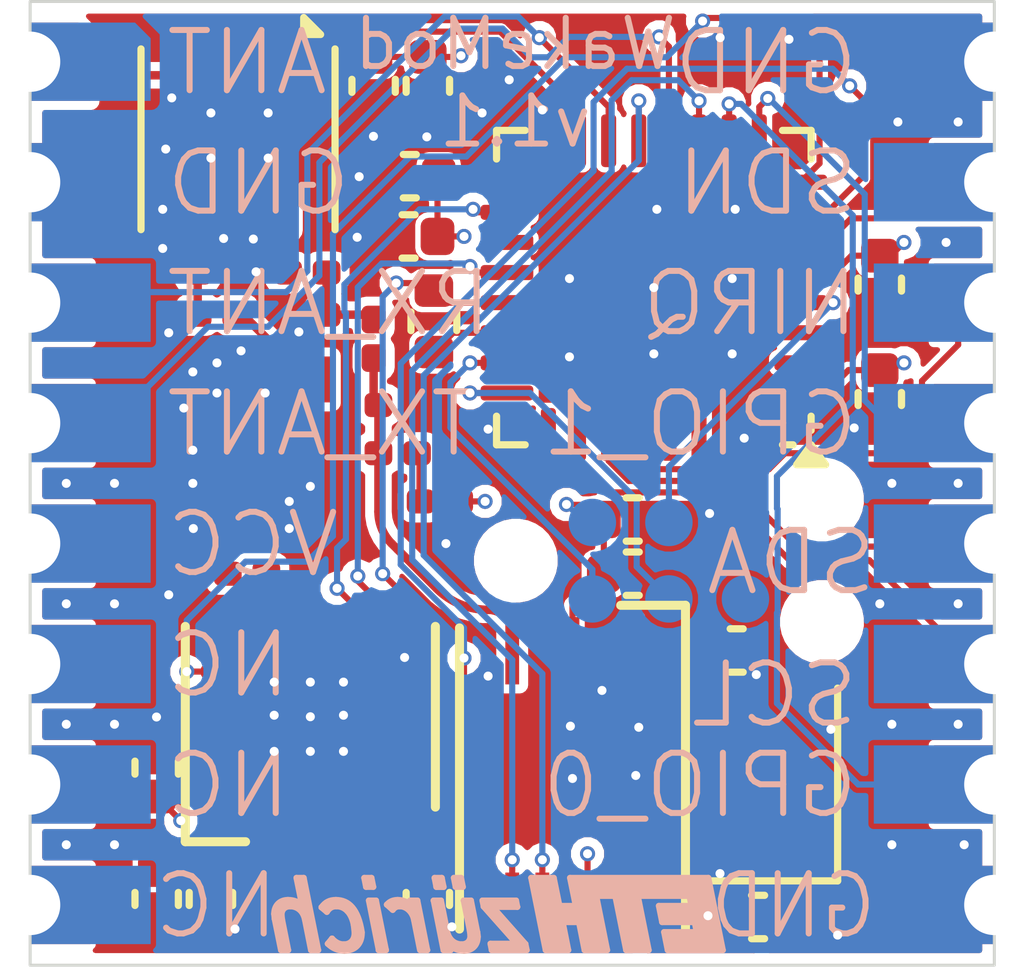
<source format=kicad_pcb>
(kicad_pcb (version 20241229) (generator "pcbnew") (generator_version "9.0")
  (layers (0 "F.Cu" signal) (4 "In1.Cu" signal) (6 "In2.Cu" signal) (2 "B.Cu" signal) (13 "F.Paste" user) (15 "B.Paste" user) (5 "F.SilkS" user "F.Silkscreen") (7 "B.SilkS" user "B.Silkscreen") (1 "F.Mask" user) (3 "B.Mask" user) (25 "Edge.Cuts" user))
  (net 0 "")
  (net 1 "/wur/RF2")
  (net 2 "GND")
  (net 3 "1V8")
  (net 4 "Net-(C4-Pad2)")
  (net 5 "/wur/RF1")
  (net 6 "Net-(U4-PA)")
  (net 7 "/wur/XI")
  (net 8 "/wur/XO")
  (net 9 "/wur/XTAL1")
  (net 10 "/wur/XTAL2")
  (net 11 "/mcu/SWCLK")
  (net 12 "/mcu/SWDIO")
  (net 13 "/mcu/RST")
  (net 14 "/connector/SYS.SDA")
  (net 15 "/connector/SYS.WKUP")
  (net 16 "/connector/ANT")
  (net 17 "/connector/SYS.PB0")
  (net 18 "/connector/SYS.IRQ")
  (net 19 "/connector/SYS.SCL")
  (net 20 "/mcu/OOK.SCL")
  (net 21 "Net-(U2-OUT)")
  (net 22 "Net-(U2-IN)")
  (net 23 "Net-(U3-RFIN_868)")
  (net 24 "Net-(L4-Pad1)")
  (net 25 "/mcu/ANT_CTRL")
  (net 26 "/mcu/WUR.SIO")
  (net 27 "Net-(U5-PA12)")
  (net 28 "/mcu/WUR.RST")
  (net 30 "/mcu/WUR.CS")
  (net 31 "/mcu/WUR.IRQ")
  (net 36 "/mcu/WUR.CLK")
  (net 37 "/mcu/OOK.SDA")
  (net 41 "/connector/SYS.PA4")
  (net 42 "/connector/SYS.PA3")
  (net 44 "/connector/SYS.PA6")
  (net 51 "Net-(U3-VDDC)")
  (footprint "Capacitor_SMD:C_0201_0603Metric" (layer "F.Cu") (at 145.6 99.2 180)
    (property "Reference" "C5" (hide yes))
    (property "Value" "4.7pF" (hide yes))
  )
  (footprint "Capacitor_SMD:C_0402_1005Metric" (layer "F.Cu") (at 144 108.9 -90)
    (property "Reference" "C9" (hide yes))
    (property "Value" "16pF" (hide yes))
  )
  (footprint "Capacitor_SMD:C_0402_1005Metric" (layer "F.Cu") (at 147.6 108.9 -90)
    (property "Reference" "C10" (hide yes))
    (property "Value" "16pF" (hide yes))
  )
  (footprint "Oscillator:Oscillator_SMD_SeikoEpson_SG210-4Pin_2.5x2.0mm" (layer "F.Cu") (at 153.1 107 90)
    (property "Reference" "Y2" (hide yes))
    (property "Value" "16MHz" (hide yes))
  )
  (footprint "sc-connector:RFM22_MODULE" (layer "F.Cu") (at 141 110)
    (property "Reference" "J2" (hide yes))
    (property "Value" "RFM22_MODULE")
  )
  (footprint "Inductor_SMD:L_0201_0603Metric" (layer "F.Cu") (at 144.1 99.2)
    (property "Reference" "L1" (hide yes))
    (property "Value" "22nH" (hide yes))
  )
  (footprint "Inductor_SMD:L_0201_0603Metric" (layer "F.Cu") (at 144.6 103.5)
    (property "Reference" "L2" (hide yes))
    (property "Value" "30nH" (hide yes))
  )
  (footprint "Inductor_SMD:L_0201_0603Metric" (layer "F.Cu") (at 147.1 101.5 180)
    (property "Reference" "L4" (hide yes))
    (property "Value" "5.6nH" (hide yes))
  )
  (footprint "Capacitor_SMD:C_0402_1005Metric" (layer "F.Cu") (at 152.725 104.775)
    (property "Reference" "C14" (hide yes))
    (property "Value" "16pF" (hide yes))
  )
  (footprint "Resistor_SMD:R_0201_0603Metric" (layer "F.Cu") (at 147.8 102.3 180)
    (property "Reference" "R1" (hide yes))
    (property "Value" "0Ohm" (hide yes))
  )
  (footprint "Capacitor_SMD:C_0402_1005Metric" (layer "F.Cu") (at 155.1 100.6 -90)
    (property "Reference" "C16" (hide yes))
    (property "Value" "100nF" (hide yes))
  )
  (footprint "Capacitor_SMD:C_0402_1005Metric" (layer "F.Cu") (at 151 102.6)
    (property "Reference" "C12" (hide yes))
    (property "Value" "10μF" (hide yes))
  )
  (footprint "Capacitor_SMD:C_0201_0603Metric" (layer "F.Cu") (at 144.1 98.5)
    (property "Reference" "C1" (hide yes))
    (property "Value" "2pF" (hide yes))
  )
  (footprint "sc-crystal:ECS_ECX-12R" (layer "F.Cu") (at 145.8 108.9)
    (property "Reference" "Y1" (hide yes))
    (property "Value" "32.768kHz" (hide yes))
  )
  (footprint "Package_DFN_QFN:QFN-32-1EP_5x5mm_P0.5mm_EP3.45x3.45mm" (layer "F.Cu") (at 151.35 98.75 180)
    (property "Reference" "U5" (hide yes))
    (property "Value" "STM32U031K8U6" (hide yes))
  )
  (footprint "Capacitor_SMD:C_0402_1005Metric" (layer "F.Cu") (at 153.08 109.2 180)
    (property "Reference" "C13" (hide yes))
    (property "Value" "16pF" (hide yes))
  )
  (footprint "sc-ic:MAXIM_MINI-SO-10" (layer "F.Cu") (at 150 106.9 -90)
    (property "Reference" "U4" (hide yes))
    (property "Value" "MAX41462" (hide yes))
  )
  (footprint "Capacitor_SMD:C_0402_1005Metric" (layer "F.Cu") (at 151 103.5)
    (property "Reference" "C11" (hide yes))
    (property "Value" "100nF" (hide yes))
  )
  (footprint "Capacitor_SMD:C_0201_0603Metric" (layer "F.Cu") (at 147.1 100.7)
    (property "Reference" "C6" (hide yes))
    (property "Value" "3.3pF" (hide yes))
  )
  (footprint "Capacitor_SMD:C_0402_1005Metric" (layer "F.Cu") (at 147.28 97.9 180)
    (property "Reference" "C18" (hide yes))
    (property "Value" "10μF" (hide yes))
  )
  (footprint "Capacitor_SMD:C_0402_1005Metric" (layer "F.Cu") (at 147.6 95.4 -90)
    (property "Reference" "C3" (hide yes))
    (property "Value" "10μF" (hide yes))
  )
  (footprint "Capacitor_SMD:C_0201_0603Metric" (layer "F.Cu") (at 145.6 98.5)
    (property "Reference" "C4" (hide yes))
    (property "Value" "100pF" (hide yes))
  )
  (footprint "Package_CSP:LFCSP-8-1EP_3x3mm_P0.5mm_EP1.45x1.74mm" (layer "F.Cu") (at 144.45 96.2875 -90)
    (property "Reference" "U1" (hide yes))
    (property "Value" "ADG918BCPZ" (hide yes))
  )
  (footprint "sc-ic:RFICIENT_QFN-16" (layer "F.Cu") (at 145.65 105.875 90)
    (property "Reference" "U3" (hide yes))
    (property "Value" "FH101RF" (hide yes))
  )
  (footprint "Capacitor_SMD:C_0402_1005Metric" (layer "F.Cu") (at 143.1 108.9 -90)
    (property "Reference" "C7" (hide yes))
    (property "Value" "10μF" (hide yes))
  )
  (footprint "Resistor_SMD:R_0402_1005Metric" (layer "F.Cu") (at 147.7 99.31 -90)
    (property "Reference" "R2" (hide yes))
    (property "Value" "2.2kOhm" (hide yes))
  )
  (footprint "sc-ic:QUALCOMM_B3744" (layer "F.Cu") (at 144.5 101.4 90)
    (property "Reference" "U2" (hide yes))
    (property "Value" "B39871B3744H110" (hide yes))
  )
  (footprint "Inductor_SMD:L_0201_0603Metric" (layer "F.Cu") (at 146.7 99.6 -90)
    (property "Reference" "L3" (hide yes))
    (property "Value" "11nH" (hide yes))
  )
  (footprint "Capacitor_SMD:C_0402_1005Metric" (layer "F.Cu") (at 143.1 106.72 90)
    (property "Reference" "C8" (hide yes))
    (property "Value" "100nF" (hide yes))
  )
  (footprint "Capacitor_SMD:C_0402_1005Metric" (layer "F.Cu") (at 146.7 95.4 90)
    (property "Reference" "C2" (hide yes))
    (property "Value" "100nF" (hide yes))
  )
  (footprint "Capacitor_SMD:C_0402_1005Metric" (layer "F.Cu") (at 147.3 96.9 180)
    (property "Reference" "C15" (hide yes))
    (property "Value" "100nF" (hide yes))
  )
  (footprint "Capacitor_SMD:C_0402_1005Metric" (layer "F.Cu") (at 155.1 98.7 -90)
    (property "Reference" "C17" (hide yes))
    (property "Value" "100nF" (hide yes))
  )
  (footprint "sc-connector:TAGCONNECT_TC2030-MCP-NL" (layer "B.Cu") (at 151.6 103.284)
    (property "Reference" "J1" (hide yes))
    (property "Value" "SWD" (hide yes))
  )
  (gr_line (start 148.181244 108.700139) (end 148.060942 108.700139) (stroke (width 0.1)) (layer "B.SilkS"))
  (gr_line (start 150.394649 108.850001) (end 150.575517 109.749998) (stroke (width 0.1)) (layer "B.SilkS"))
  (gr_line (start 147.962126 109.662355) (end 147.977835 109.747931) (stroke (width 0.1)) (layer "B.SilkS"))
  (gr_curve (pts (xy 147.369718 109.245843) (xy 147.344087 109.116445) (xy 147.244868 109.022601) (xy 147.133453 109.022601)) (stroke (width 0.1)) (layer "B.SilkS"))
  (gr_curve (pts (xy 146.214646 109.759713) (xy 146.11088 109.759713) (xy 146.016003 109.720025) (xy 145.940555 109.644578)) (stroke (width 0.1)) (layer "B.SilkS"))
  (gr_curve (pts (xy 148.157474 109.653259) (xy 148.250284 109.653259) (xy 148.305475 109.599723) (xy 148.305475 109.510219)) (stroke (width 0.1)) (layer "B.SilkS"))
  (gr_line (start 145.283023 109.749998) (end 145.163134 109.749998) (stroke (width 0.1)) (layer "B.SilkS"))
  (gr_poly (pts (xy 147.740961 108.700139) (xy 147.861264 108.700139) (xy 147.830878 108.550071) (xy 147.711196 108.550071)) (stroke (width -0.000001)) (fill yes) (layer "B.SilkS"))
  (gr_curve (pts (xy 146.07326 108.916147) (xy 146.290714 108.916147) (xy 146.443676 109.069523) (xy 146.504091 109.450898)) (stroke (width 0.1)) (layer "B.SilkS"))
  (gr_line (start 145.924843 109.113344) (end 145.923811 109.114998) (stroke (width 0.1)) (layer "B.SilkS"))
  (gr_line (start 147.696519 108.928136) (end 147.696096 108.926069) (stroke (width 0.1)) (layer "B.SilkS"))
  (gr_curve (pts (xy 145.319404 109.022807) (xy 145.227627 109.022807) (xy 145.172849 109.076137) (xy 145.172849 109.165847)) (stroke (width 0.1)) (layer "B.SilkS"))
  (gr_line (start 145.172849 109.165847) (end 145.181324 109.241915) (stroke (width 0.1)) (layer "B.SilkS"))
  (gr_line (start 147.01708 109.081718) (end 146.919722 108.994488) (stroke (width 0.1)) (layer "B.SilkS"))
  (gr_line (start 150.575517 109.749998) (end 150.200346 109.749998) (stroke (width 0.1)) (layer "B.SilkS"))
  (gr_line (start 146.919722 108.994488) (end 146.920754 108.993248) (stroke (width 0.1)) (layer "B.SilkS"))
  (gr_line (start 147.308119 108.928136) (end 147.307696 108.926069) (stroke (width 0.1)) (layer "B.SilkS"))
  (gr_line (start 146.904847 109.749791) (end 146.782101 109.749791) (stroke (width 0.1)) (layer "B.SilkS"))
  (gr_curve (pts (xy 147.099967 108.916147) (xy 147.192777 108.916147) (xy 147.27484 108.953974) (xy 147.326516 109.020533)) (stroke (width 0.1)) (layer "B.SilkS"))
  (gr_line (start 147.977835 109.747931) (end 147.978259 109.749791) (stroke (width 0.1)) (layer "B.SilkS"))
  (gr_line (start 149.959327 108.550071) (end 152.254174 108.550071) (stroke (width 0.1)) (layer "B.SilkS"))
  (gr_line (start 150.89033 109.749998) (end 150.709669 108.850001) (stroke (width 0.1)) (layer "B.SilkS"))
  (gr_curve (pts (xy 146.920754 108.993248) (xy 146.965609 108.941158) (xy 147.02452 108.916147) (xy 147.099967 108.916147)) (stroke (width 0.1)) (layer "B.SilkS"))
  (gr_line (start 150.709669 108.850001) (end 150.394649 108.850001) (stroke (width 0.1)) (layer "B.SilkS"))
  (gr_line (start 145.660675 109.749998) (end 145.560629 109.245843) (stroke (width 0.1)) (layer "B.SilkS"))
  (gr_line (start 148.659561 109.749791) (end 148.63889 109.643337) (stroke (width 0.1)) (layer "B.SilkS"))
  (gr_line (start 151.973468 109.014952) (end 151.940808 108.850001) (stroke (width 0.1)) (layer "B.SilkS"))
  (gr_curve (pts (xy 146.011245 109.559002) (xy 146.074911 109.625974) (xy 146.131962 109.65326) (xy 146.208029 109.65326)) (stroke (width 0.1)) (layer "B.SilkS"))
  (gr_line (start 146.904423 109.747931) (end 146.904847 109.749791) (stroke (width 0.1)) (layer "B.SilkS"))
  (gr_line (start 147.326516 109.020533) (end 147.308119 108.928136) (stroke (width 0.1)) (layer "B.SilkS"))
  (gr_line (start 152.060491 109.450068) (end 152.027625 109.285117) (stroke (width 0.1)) (layer "B.SilkS"))
  (gr_line (start 148.526442 109.027147) (end 148.526236 109.026735) (stroke (width 0.1)) (layer "B.SilkS"))
  (gr_line (start 145.419656 108.550071) (end 145.539752 108.550071) (stroke (width 0.1)) (layer "B.SilkS"))
  (gr_curve (pts (xy 145.277856 108.916147) (xy 145.376455 108.916147) (xy 145.453556 108.946326) (xy 145.512674 109.008751)) (stroke (width 0.1)) (layer "B.SilkS"))
  (gr_line (start 147.859817 109.749791) (end 147.696519 108.928136) (stroke (width 0.1)) (layer "B.SilkS"))
  (gr_poly (pts (xy 148.526236 109.026735) (xy 148.526442 109.027147) (xy 149.073179 109.643337) (xy 148.63889 109.643337) (xy 148.659561 109.749791) (xy 149.240611 109.749791) (xy 149.21994 109.649125) (xy 149.219734 109.648918) (xy 148.67465 109.032729) (xy 149.083928 109.032729) (xy 149.083722 109.030662) (xy 149.063258 108.926069) (xy 148.505772 108.926069)) (stroke (width -0.000001)) (fill yes) (layer "B.SilkS"))
  (gr_curve (pts (xy 145.049446 109.149104) (xy 145.049446 109.009785) (xy 145.14143 108.916147) (xy 145.277856 108.916147)) (stroke (width 0.1)) (layer "B.SilkS"))
  (gr_line (start 148.19529 108.926069) (end 148.315179 108.926069) (stroke (width 0.1)) (layer "B.SilkS"))
  (gr_line (start 149.073179 109.643337) (end 148.526442 109.027147) (stroke (width 0.1)) (layer "B.SilkS"))
  (gr_line (start 145.539752 108.550071) (end 145.78077 109.749998) (stroke (width 0.1)) (layer "B.SilkS"))
  (gr_poly (pts (xy 146.784958 109.749791) (xy 146.904847 109.749791) (xy 146.904423 109.747931) (xy 146.904434 109.747931) (xy 146.739276 108.926069) (xy 146.621247 108.926069)) (stroke (width -0.000001)) (fill yes) (layer "B.SilkS"))
  (gr_line (start 145.057921 109.23096) (end 145.049446 109.149104) (stroke (width 0.1)) (layer "B.SilkS"))
  (gr_poly (pts (xy 146.574521 108.700139) (xy 146.694617 108.700139) (xy 146.664438 108.550071) (xy 146.544549 108.550071)) (stroke (width -0.000001)) (fill yes) (layer "B.SilkS"))
  (gr_curve (pts (xy 147.917901 109.430017) (xy 147.96069 109.642511) (xy 148.12502 109.653259) (xy 148.157474 109.653259)) (stroke (width 0.1)) (layer "B.SilkS"))
  (gr_line (start 148.63889 109.643337) (end 149.073179 109.643337) (stroke (width 0.1)) (layer "B.SilkS"))
  (gr_curve (pts (xy 147.133453 109.022601) (xy 147.085498 109.022601) (xy 147.047878 109.041618) (xy 147.018318 109.080272)) (stroke (width 0.1)) (layer "B.SilkS"))
  (gr_curve (pts (xy 146.504241 109.46371) (xy 146.504241 109.646231) (xy 146.393446 109.759713) (xy 146.214646 109.759713)) (stroke (width 0.1)) (layer "B.SilkS"))
  (gr_line (start 151.580107 109.749998) (end 151.520369 109.450068) (stroke (width 0.1)) (layer "B.SilkS"))
  (gr_line (start 148.150859 108.550071) (end 148.181244 108.700139) (stroke (width 0.1)) (layer "B.SilkS"))
  (gr_poly (pts (xy 147.086014 108.91644) (xy 147.072445 108.917323) (xy 147.059256 108.918798) (xy 147.046443 108.920869) (xy 147.034004 108.923537) (xy 147.021934 108.926808) (xy 147.01023 108.930682) (xy 146.998888 108.935164) (xy 146.987905 108.940256) (xy 146.977276 108.945962) (xy 146.966999 108.952284) (xy 146.957069 108.959226) (xy 146.947483 108.96679) (xy 146.938238 108.97498) (xy 146.929329 108.983798) (xy 146.920754 108.993248) (xy 146.919722 108.994488) (xy 147.01708 109.081718) (xy 147.018318 109.080272) (xy 147.023956 109.073254) (xy 147.029786 109.066696) (xy 147.035811 109.060596) (xy 147.042035 109.054953) (xy 147.048461 109.049768) (xy 147.055093 109.045038) (xy 147.061934 109.040762) (xy 147.068987 109.036941) (xy 147.076256 109.033572) (xy 147.083744 109.030656) (xy 147.091454 109.028191) (xy 147.099389 109.026176) (xy 147.107553 109.02461) (xy 147.11595 109.023493) (xy 147.124582 109.022824) (xy 147.133453 109.022601) (xy 147.143861 109.022874) (xy 147.154186 109.023686) (xy 147.164417 109.025027) (xy 147.174542 109.026886) (xy 147.184552 109.029252) (xy 147.194433 109.032114) (xy 147.204176 109.035462) (xy 147.213768 109.039286) (xy 147.2232 109.043574) (xy 147.232458 109.048315) (xy 147.241533 109.0535) (xy 147.250412 109.059117) (xy 147.259085 109.065156) (xy 147.267541 109.071607) (xy 147.275768 109.078457) (xy 147.283754 109.085698) (xy 147.298963 109.101305) (xy 147.313076 109.118343) (xy 147.326003 109.136727) (xy 147.337656 109.156372) (xy 147.347944 109.177191) (xy 147.356777 109.199099) (xy 147.36062 109.210435) (xy 147.364065 109.222012) (xy 147.367102 109.233818) (xy 147.369718 109.245843) (xy 147.469764 109.749791) (xy 147.58986 109.749791) (xy 147.589436 109.747931) (xy 147.425932 108.926069) (xy 147.307696 108.926069) (xy 147.308119 108.928136) (xy 147.326516 109.020533) (xy 147.316476 109.008392) (xy 147.305752 108.996938) (xy 147.294373 108.986184) (xy 147.282369 108.976143) (xy 147.269767 108.966829) (xy 147.256597 108.958255) (xy 147.242887 108.950434) (xy 147.228667 108.94338) (xy 147.213965 108.937106) (xy 147.198809 108.931626) (xy 147.183229 108.926951) (xy 147.167253 108.923097) (xy 147.15091 108.920076) (xy 147.134229 108.917902) (xy 147.117238 108.916588) (xy 147.099967 108.916147)) (stroke (width -0.000001)) (fill yes) (layer "B.SilkS"))
  (gr_line (start 147.978259 109.749791) (end 147.859817 109.749791) (stroke (width 0.1)) (layer "B.SilkS"))
  (gr_line (start 147.817845 108.926069) (end 147.91789 109.430018) (stroke (width 0.1)) (layer "B.SilkS"))
  (gr_line (start 147.861264 108.700139) (end 147.740961 108.700139) (stroke (width 0.1)) (layer "B.SilkS"))
  (gr_line (start 148.67465 109.032729) (end 149.219734 109.648918) (stroke (width 0.1)) (layer "B.SilkS"))
  (gr_line (start 147.482101 109.747931) (end 147.58986 109.749791) (stroke (width 0.1)) (layer "B.SilkS"))
  (gr_curve (pts (xy 145.560629 109.245843) (xy 145.517841 109.033556) (xy 145.352063 109.022807) (xy 145.319404 109.022807)) (stroke (width 0.1)) (layer "B.SilkS"))
  (gr_line (start 149.240611 109.749791) (end 148.659561 109.749791) (stroke (width 0.1)) (layer "B.SilkS"))
  (gr_line (start 148.418739 109.4449) (end 148.420186 109.452342) (stroke (width 0.1)) (layer "B.SilkS"))
  (gr_line (start 147.740961 108.700139) (end 147.711196 108.550071) (stroke (width 0.1)) (layer "B.SilkS"))
  (gr_line (start 149.784247 109.014952) (end 150.054205 109.014952) (stroke (width 0.1)) (layer "B.SilkS"))
  (gr_line (start 147.740961 108.700139) (end 147.861264 108.700139) (stroke (width 0.1)) (layer "B.SilkS"))
  (gr_line (start 146.621247 108.926069) (end 146.739276 108.926069) (stroke (width 0.1)) (layer "B.SilkS"))
  (gr_line (start 146.574521 108.700139) (end 146.544549 108.550071) (stroke (width 0.1)) (layer "B.SilkS"))
  (gr_line (start 147.425932 108.926069) (end 147.589436 109.747931) (stroke (width 0.1)) (layer "B.SilkS"))
  (gr_line (start 149.555424 109.749998) (end 149.314405 108.550071) (stroke (width 0.1)) (layer "B.SilkS"))
  (gr_line (start 149.689369 108.550071) (end 149.784247 109.014952) (stroke (width 0.1)) (layer "B.SilkS"))
  (gr_line (start 151.940808 108.850001) (end 151.084633 108.850001) (stroke (width 0.1)) (layer "B.SilkS"))
  (gr_poly (pts (xy 148.195714 108.928136) (xy 148.297206 109.433945) (xy 148.299104 109.444395) (xy 148.300765 109.454757) (xy 148.302184 109.464946) (xy 148.303356 109.474872) (xy 148.304275 109.48445) (xy 148.304938 109.493592) (xy 148.30534 109.502211) (xy 148.305475 109.510219) (xy 148.305314 109.518504) (xy 148.304832 109.526575) (xy 148.304034 109.534429) (xy 148.302922 109.542063) (xy 148.301499 109.549473) (xy 148.29977 109.556656) (xy 148.297736 109.563609) (xy 148.295401 109.570328) (xy 148.292769 109.576812) (xy 148.289842 109.583055) (xy 148.286624 109.589056) (xy 148.283118 109.594811) (xy 148.279327 109.600316) (xy 148.275255 109.605568) (xy 148.270904 109.610565) (xy 148.266278 109.615303) (xy 148.26138 109.619779) (xy 148.256214 109.623989) (xy 148.250782 109.627931) (xy 148.245088 109.6316) (xy 148.239135 109.634995) (xy 148.232926 109.638111) (xy 148.226464 109.640946) (xy 148.219753 109.643496) (xy 148.212796 109.645758) (xy 148.205596 109.647729) (xy 148.198156 109.649405) (xy 148.19048 109.650784) (xy 148.18257 109.651862) (xy 148.17443 109.652636) (xy 148.166064 109.653103) (xy 148.157474 109.653259) (xy 148.139617 109.652383) (xy 148.12698 109.650867) (xy 148.112366 109.64826) (xy 148.096147 109.644282) (xy 148.078692 109.638653) (xy 148.060374 109.631093) (xy 148.051007 109.626502) (xy 148.041563 109.621323) (xy 148.032089 109.615522) (xy 148.022632 109.609063) (xy 148.013236 109.601912) (xy 148.00395 109.594033) (xy 147.994819 109.585392) (xy 147.98589 109.575954) (xy 147.977209 109.565683) (xy 147.968822 109.554545) (xy 147.960777 109.542504) (xy 147.953118 109.529526) (xy 147.945894 109.515576) (xy 147.939149 109.500619) (xy 147.932932 109.484619) (xy 147.927287 109.467542) (xy 147.922261 109.449353) (xy 147.917901 109.430017) (xy 147.91789 109.430018) (xy 147.817845 108.926069) (xy 147.696096 108.926069) (xy 147.696519 108.928136) (xy 147.859817 109.749791) (xy 147.978259 109.749791) (xy 147.977835 109.747931) (xy 147.962126 109.662355) (xy 147.973382 109.67411) (xy 147.985136 109.685114) (xy 147.997383 109.695365) (xy 148.010124 109.704862) (xy 148.023355 109.713604) (xy 148.037074 109.721592) (xy 148.05128 109.728822) (xy 148.06597 109.735296) (xy 148.081142 109.741011) (xy 148.096794 109.745968) (xy 148.112923 109.750164) (xy 148.129529 109.753599) (xy 148.146608 109.756273) (xy 148.164158 109.758183) (xy 148.182178 109.75933) (xy 148.200665 109.759713) (xy 148.213322 109.759441) (xy 148.225708 109.75863) (xy 148.237813 109.757289) (xy 148.249631 109.755426) (xy 148.261151 109.753051) (xy 148.272365 109.750172) (xy 148.283266 109.746798) (xy 148.293844 109.742938) (xy 148.30409 109.738599) (xy 148.313997 109.733792) (xy 148.323555 109.728524) (xy 148.332757 109.722804) (xy 148.341593 109.716641) (xy 148.350055 109.710044) (xy 148.358134 109.703022) (xy 148.365823 109.695583) (xy 148.373111 109.687735) (xy 148.379992 109.679488) (xy 148.386455 109.67085) (xy 148.392493 109.661831) (xy 148.398098 109.652437) (xy 148.403259 109.64268) (xy 148.40797 109.632566) (xy 148.412222 109.622105) (xy 148.416005 109.611306) (xy 148.419311 109.600176) (xy 148.422133 109.588726) (xy 148.42446 109.576963) (xy 148.426285 109.564897) (xy 148.427599 109.552535) (xy 148.428394 109.539888) (xy 148.428661 109.526962) (xy 148.428614 109.521614) (xy 148.428475 109.516414) (xy 148.427947 109.506408) (xy 148.427124 109.496848) (xy 148.426051 109.487637) (xy 148.424775 109.478677) (xy 148.423342 109.469873) (xy 148.420186 109.452342) (xy 148.418739 109.4449) (xy 148.315179 108.926069) (xy 148.19529 108.926069)) (stroke (width -0.000001)) (fill yes) (layer "B.SilkS"))
  (gr_line (start 145.78077 109.749998) (end 145.660675 109.749998) (stroke (width 0.1)) (layer "B.SilkS"))
  (gr_line (start 146.694617 108.700139) (end 146.574521 108.700139) (stroke (width 0.1)) (layer "B.SilkS"))
  (gr_line (start 149.063258 108.926069) (end 149.083722 109.030662) (stroke (width 0.1)) (layer "B.SilkS"))
  (gr_line (start 147.469764 109.749791) (end 147.369718 109.245843) (stroke (width 0.1)) (layer "B.SilkS"))
  (gr_line (start 148.505772 108.926069) (end 149.063258 108.926069) (stroke (width 0.1)) (layer "B.SilkS"))
  (gr_curve (pts (xy 146.37112 109.337413) (xy 146.358304 109.267547) (xy 146.329365 109.169982) (xy 146.26508 109.102182)) (stroke (width 0.1)) (layer "B.SilkS"))
  (gr_line (start 148.315179 108.926069) (end 148.418739 109.4449) (stroke (width 0.1)) (layer "B.SilkS"))
  (gr_line (start 147.830878 108.550071) (end 147.861264 108.700139) (stroke (width 0.1)) (layer "B.SilkS"))
  (gr_curve (pts (xy 146.208029 109.65326) (xy 146.293192 109.65326) (xy 146.384349 109.602617) (xy 146.384349 109.460196)) (stroke (width 0.1)) (layer "B.SilkS"))
  (gr_line (start 150.107949 109.285117) (end 149.837991 109.285117) (stroke (width 0.1)) (layer "B.SilkS"))
  (gr_line (start 147.589436 109.747931) (end 147.58986 109.749791) (stroke (width 0.1)) (layer "B.SilkS"))
  (gr_line (start 146.904423 109.747931) (end 146.904434 109.747931) (stroke (width 0.1)) (layer "B.SilkS"))
  (gr_curve (pts (xy 148.200665 109.759713) (xy 148.100826 109.759713) (xy 148.020831 109.727053) (xy 147.962126 109.662355)) (stroke (width 0.1)) (layer "B.SilkS"))
  (gr_curve (pts (xy 146.084833 109.0226) (xy 146.013313 109.0226) (xy 145.968458 109.048232) (xy 145.924843 109.113344)) (stroke (width 0.1)) (layer "B.SilkS"))
  (gr_line (start 149.083722 109.030662) (end 149.083928 109.032729) (stroke (width 0.1)) (layer "B.SilkS"))
  (gr_line (start 151.084633 108.850001) (end 151.265294 109.749998) (stroke (width 0.1)) (layer "B.SilkS"))
  (gr_line (start 152.495193 109.749998) (end 151.580107 109.749998) (stroke (width 0.1)) (layer "B.SilkS"))
  (gr_line (start 147.91789 109.430018) (end 147.917901 109.430017) (stroke (width 0.1)) (layer "B.SilkS"))
  (gr_line (start 145.923811 109.114998) (end 145.835754 109.040584) (stroke (width 0.1)) (layer "B.SilkS"))
  (gr_line (start 148.060942 108.700139) (end 148.031176 108.550071) (stroke (width 0.1)) (layer "B.SilkS"))
  (gr_line (start 147.711196 108.550071) (end 147.830878 108.550071) (stroke (width 0.1)) (layer "B.SilkS"))
  (gr_curve (pts (xy 145.835548 109.03831) (xy 145.895699 108.953767) (xy 145.968873 108.916147) (xy 146.07326 108.916147)) (stroke (width 0.1)) (layer "B.SilkS"))
  (gr_curve (pts (xy 148.420186 109.452342) (xy 148.424527 109.475906) (xy 148.428661 109.498024) (xy 148.428661 109.526962)) (stroke (width 0.1)) (layer "B.SilkS"))
  (gr_line (start 145.834516 109.03955) (end 145.835548 109.03831) (stroke (width 0.1)) (layer "B.SilkS"))
  (gr_poly (pts (xy 146.054048 108.91659) (xy 146.035542 108.917928) (xy 146.017714 108.920176) (xy 146.000538 108.923346) (xy 145.983986 108.927452) (xy 145.975937 108.929861) (xy 145.968033 108.932508) (xy 145.960273 108.935397) (xy 145.952652 108.938528) (xy 145.945167 108.941903) (xy 145.937816 108.945525) (xy 145.930593 108.949394) (xy 145.923498 108.953512) (xy 145.916525 108.957882) (xy 145.909671 108.962504) (xy 145.902934 108.967381) (xy 145.89631 108.972514) (xy 145.883387 108.983555) (xy 145.870876 108.995642) (xy 145.85875 109.008788) (xy 145.846983 109.023006) (xy 145.835548 109.03831) (xy 145.834516 109.03955) (xy 145.835754 109.040584) (xy 145.923811 109.114998) (xy 145.924843 109.113344) (xy 145.933041 109.101595) (xy 145.941306 109.090751) (xy 145.949675 109.080791) (xy 145.958184 109.071696) (xy 145.966871 109.063445) (xy 145.975773 109.056018) (xy 145.984928 109.049395) (xy 145.994373 109.043555) (xy 146.004145 109.038478) (xy 146.014281 109.034144) (xy 146.024819 109.030532) (xy 146.035795 109.027623) (xy 146.047248 109.025395) (xy 146.059213 109.023829) (xy 146.071729 109.022904) (xy 146.084833 109.0226) (xy 146.097569 109.022915) (xy 146.110119 109.023858) (xy 146.122481 109.025428) (xy 146.134652 109.027623) (xy 146.146631 109.030441) (xy 146.158415 109.033882) (xy 146.170002 109.037944) (xy 146.18139 109.042625) (xy 146.192578 109.047924) (xy 146.203562 109.053838) (xy 146.21434 109.060368) (xy 146.224912 109.06751) (xy 146.235273 109.075265) (xy 146.245423 109.083629) (xy 146.25536 109.092602) (xy 146.26508 109.102182) (xy 146.276724 109.115229) (xy 146.287568 109.12889) (xy 146.297639 109.14308) (xy 146.306967 109.157715) (xy 146.315579 109.172711) (xy 146.323503 109.187984) (xy 146.330768 109.203449) (xy 146.337401 109.219023) (xy 146.343431 109.23462) (xy 146.348887 109.250158) (xy 146.353795 109.265552) (xy 146.358185 109.280718) (xy 146.362084 109.295571) (xy 146.365521 109.310027) (xy 146.37112 109.337413) (xy 146.373944 109.352795) (xy 146.376501 109.367876) (xy 146.378758 109.382803) (xy 146.38068 109.39772) (xy 146.382234 109.412772) (xy 146.383387 109.428105) (xy 146.384103 109.443865) (xy 146.384349 109.460196) (xy 146.384085 109.473281) (xy 146.383304 109.485835) (xy 146.382025 109.497866) (xy 146.380266 109.509382) (xy 146.378043 109.520391) (xy 146.375375 109.530899) (xy 146.37228 109.540915) (xy 146.368775 109.550446) (xy 146.364878 109.559499) (xy 146.360608 109.568083) (xy 146.355981 109.576204) (xy 146.351015 109.58387) (xy 146.345729 109.591089) (xy 146.34014 109.597867) (xy 146.334266 109.604214) (xy 146.328125 109.610136) (xy 146.321734 109.61564) (xy 146.315112 109.620735) (xy 146.308276 109.625427) (xy 146.301243 109.629725) (xy 146.294032 109.633636) (xy 146.286661 109.637167) (xy 146.279147 109.640327) (xy 146.271507 109.643121) (xy 146.263761 109.645559) (xy 146.255925 109.647647) (xy 146.240057 109.650805) (xy 146.224044 109.652656) (xy 146.208029 109.65326) (xy 146.193983 109.652937) (xy 146.180345 109.651956) (xy 146.167078 109.6503) (xy 146.154144 109.64795) (xy 146.141505 109.644887) (xy 146.129124 109.641095) (xy 146.116964 109.636553) (xy 146.104987 109.631245) (xy 146.093154 109.625153) (xy 146.08143 109.618257) (xy 146.069776 109.61054) (xy 146.058155 109.601984) (xy 146.046529 109.59257) (xy 146.03486 109.58228) (xy 146.023111 109.571097) (xy 146.011245 109.559002) (xy 146.010007 109.557555) (xy 146.008563 109.559002) (xy 145.939523 109.643544) (xy 145.940555 109.644578) (xy 145.954926 109.658304) (xy 145.969738 109.671187) (xy 145.984974 109.68322) (xy 146.000619 109.694397) (xy 146.016658 109.704714) (xy 146.033075 109.714163) (xy 146.049854 109.72274) (xy 146.066981 109.730438) (xy 146.08444 109.737253) (xy 146.102215 109.743177) (xy 146.120291 109.748206) (xy 146.138653 109.752333) (xy 146.157285 109.755553) (xy 146.176171 109.75786) (xy 146.195297 109.759249) (xy 146.214646 109.759713) (xy 146.231208 109.759382) (xy 146.247364 109.758394) (xy 146.263105 109.756757) (xy 146.278425 109.75448) (xy 146.293315 109.751571) (xy 146.307767 109.748037) (xy 146.321773 109.743887) (xy 146.335327 109.73913) (xy 146.348419 109.733772) (xy 146.361042 109.727823) (xy 146.373188 109.72129) (xy 146.38485 109.714182) (xy 146.396019 109.706506) (xy 146.406688 109.698271) (xy 146.416849 109.689486) (xy 146.426494 109.680157) (xy 146.435614 109.670294) (xy 146.444204 109.659904) (xy 146.452253 109.648996) (xy 146.459756 109.637577) (xy 146.466703 109.625656) (xy 146.473087 109.613241) (xy 146.478901 109.60034) (xy 146.484135 109.586962) (xy 146.488784 109.573114) (xy 146.492837 109.558804) (xy 146.496289 109.544041) (xy 146.499131 109.528833) (xy 146.501355 109.513187) (xy 146.502953 109.497113) (xy 146.503917 109.480618) (xy 146.504241 109.46371) (xy 146.504091 109.450898) (xy 146.503621 109.436671) (xy 146.502802 109.4213) (xy 146.501605 109.405058) (xy 146.500002 109.388214) (xy 146.497962 109.371042) (xy 146.495457 109.353811) (xy 146.492458 109.336793) (xy 146.482101 109.288024) (xy 146.476024 109.264659) (xy 146.469359 109.241983) (xy 146.462113 109.220003) (xy 146.454292 109.198726) (xy 146.445905 109.17816) (xy 146.436958 109.158312) (xy 146.427459 109.13919) (xy 146.417415 109.120799) (xy 146.406833 109.103149) (xy 146.39572 109.086245) (xy 146.384085 109.070095) (xy 146.371933 109.054707) (xy 146.359273 109.040087) (xy 146.346111 109.026244) (xy 146.332455 109.013183) (xy 146.318312 109.000912) (xy 146.30369 108.989439) (xy 146.288595 108.97877) (xy 146.273035 108.968914) (xy 146.257018 108.959876) (xy 146.24055 108.951665) (xy 146.223638 108.944288) (xy 146.20629 108.937751) (xy 146.188514 108.932063) (xy 146.170316 108.92723) (xy 146.151704 108.923259) (xy 146.132685 108.920158) (xy 146.113267 108.917935) (xy 146.093456 108.916595) (xy 146.07326 108.916147)) (stroke (width -0.000001)) (fill yes) (layer "B.SilkS"))
  (gr_line (start 145.940555 109.644578) (end 145.939523 109.643544) (stroke (width 0.1)) (layer "B.SilkS"))
  (gr_line (start 152.027625 109.285117) (end 151.487709 109.285117) (stroke (width 0.1)) (layer "B.SilkS"))
  (gr_line (start 148.305475 109.510219) (end 148.297206 109.433945) (stroke (width 0.1)) (layer "B.SilkS"))
  (gr_line (start 145.835754 109.040584) (end 145.834516 109.03955) (stroke (width 0.1)) (layer "B.SilkS"))
  (gr_line (start 148.195714 108.928136) (end 148.19529 108.926069) (stroke (width 0.1)) (layer "B.SilkS"))
  (gr_line (start 151.487709 109.285117) (end 151.433346 109.014952) (stroke (width 0.1)) (layer "B.SilkS"))
  (gr_line (start 146.544549 108.550071) (end 146.664438 108.550071) (stroke (width 0.1)) (layer "B.SilkS"))
  (gr_line (start 145.163134 109.749998) (end 145.057921 109.23096) (stroke (width 0.1)) (layer "B.SilkS"))
  (gr_line (start 147.307696 108.926069) (end 147.425932 108.926069) (stroke (width 0.1)) (layer "B.SilkS"))
  (gr_line (start 146.010007 109.557555) (end 146.011245 109.559002) (stroke (width 0.1)) (layer "B.SilkS"))
  (gr_line (start 149.083928 109.032729) (end 148.67465 109.032729) (stroke (width 0.1)) (layer "B.SilkS"))
  (gr_line (start 146.664438 108.550071) (end 146.694617 108.700139) (stroke (width 0.1)) (layer "B.SilkS"))
  (gr_line (start 151.433346 109.014952) (end 151.973468 109.014952) (stroke (width 0.1)) (layer "B.SilkS"))
  (gr_line (start 148.526236 109.026735) (end 148.505772 108.926069) (stroke (width 0.1)) (layer "B.SilkS"))
  (gr_curve (pts (xy 148.428661 109.526962) (xy 148.428661 109.666282) (xy 148.33709 109.759713) (xy 148.200665 109.759713)) (stroke (width 0.1)) (layer "B.SilkS"))
  (gr_line (start 150.200346 109.749998) (end 150.107949 109.285117) (stroke (width 0.1)) (layer "B.SilkS"))
  (gr_line (start 146.784958 109.749791) (end 146.621247 108.926069) (stroke (width 0.1)) (layer "B.SilkS"))
  (gr_poly (pts (xy 150.054205 109.014952) (xy 149.784247 109.014952) (xy 149.689369 108.550071) (xy 149.314405 108.550071) (xy 149.555424 109.749998) (xy 149.930388 109.749998) (xy 149.837991 109.285117) (xy 150.107949 109.285117) (xy 150.200346 109.749998) (xy 150.575517 109.749998) (xy 150.394649 108.850001) (xy 150.709669 108.850001) (xy 150.89033 109.749998) (xy 151.265294 109.749998) (xy 151.084633 108.850001) (xy 151.940808 108.850001) (xy 151.973468 109.014952) (xy 151.433346 109.014952) (xy 151.487709 109.285117) (xy 152.027625 109.285117) (xy 152.060491 109.450068) (xy 151.520369 109.450068) (xy 151.580107 109.749998) (xy 152.495193 109.749998) (xy 152.254174 108.550071) (xy 149.959327 108.550071)) (stroke (width -0.000001)) (fill yes) (layer "B.SilkS"))
  (gr_line (start 150.054205 109.014952) (end 149.959327 108.550071) (stroke (width 0.1)) (layer "B.SilkS"))
  (gr_line (start 149.837991 109.285117) (end 149.930388 109.749998) (stroke (width 0.1)) (layer "B.SilkS"))
  (gr_line (start 146.008563 109.559002) (end 146.010007 109.557555) (stroke (width 0.1)) (layer "B.SilkS"))
  (gr_curve (pts (xy 146.26508 109.102182) (xy 146.213817 109.049472) (xy 146.153253 109.0226) (xy 146.084833 109.0226)) (stroke (width 0.1)) (layer "B.SilkS"))
  (gr_line (start 145.939523 109.643544) (end 146.008563 109.559002) (stroke (width 0.1)) (layer "B.SilkS"))
  (gr_line (start 146.739276 108.926069) (end 146.904434 109.747931) (stroke (width 0.1)) (layer "B.SilkS"))
  (gr_line (start 151.265294 109.749998) (end 150.89033 109.749998) (stroke (width 0.1)) (layer "B.SilkS"))
  (gr_line (start 147.696096 108.926069) (end 147.817845 108.926069) (stroke (width 0.1)) (layer "B.SilkS"))
  (gr_line (start 146.384349 109.460196) (end 146.37112 109.337413) (stroke (width 0.1)) (layer "B.SilkS"))
  (gr_line (start 145.512674 109.008751) (end 145.419656 108.550071) (stroke (width 0.1)) (layer "B.SilkS"))
  (gr_line (start 149.219734 109.648918) (end 149.21994 109.649125) (stroke (width 0.1)) (layer "B.SilkS"))
  (gr_line (start 145.181324 109.241915) (end 145.283023 109.749998) (stroke (width 0.1)) (layer "B.SilkS"))
  (gr_line (start 147.018318 109.080272) (end 147.01708 109.081718) (stroke (width 0.1)) (layer "B.SilkS"))
  (gr_line (start 152.254174 108.550071) (end 152.495193 109.749998) (stroke (width 0.1)) (layer "B.SilkS"))
  (gr_line (start 151.520369 109.450068) (end 152.060491 109.450068) (stroke (width 0.1)) (layer "B.SilkS"))
  (gr_line (start 148.031176 108.550071) (end 148.150859 108.550071) (stroke (width 0.1)) (layer "B.SilkS"))
  (gr_poly (pts (xy 148.060942 108.700139) (xy 148.181244 108.700139) (xy 148.150859 108.550071) (xy 148.031176 108.550071)) (stroke (width -0.000001)) (fill yes) (layer "B.SilkS"))
  (gr_line (start 149.21994 109.649125) (end 149.240611 109.749791) (stroke (width 0.1)) (layer "B.SilkS"))
  (gr_line (start 148.297206 109.433945) (end 148.195714 108.928136) (stroke (width 0.1)) (layer "B.SilkS"))
  (gr_poly (pts (xy 145.512674 109.008751) (xy 145.501377 108.997424) (xy 145.489655 108.986849) (xy 145.4775 108.977024) (xy 145.464908 108.967946) (xy 145.451875 108.959611) (xy 145.438394 108.952018) (xy 145.424461 108.945161) (xy 145.41007 108.93904) (xy 145.395217 108.933649) (xy 145.379895 108.928988) (xy 145.364101 108.925051) (xy 145.347829 108.921838) (xy 145.331073 108.919343) (xy 145.31383 108.917566) (xy 145.296092 108.916501) (xy 145.277856 108.916147) (xy 145.265198 108.91642) (xy 145.252808 108.917232) (xy 145.240697 108.918576) (xy 145.228872 108.920442) (xy 145.217343 108.922822) (xy 145.206117 108.925707) (xy 145.195204 108.929087) (xy 145.184612 108.932955) (xy 145.174351 108.937301) (xy 145.164428 108.942116) (xy 145.154852 108.947393) (xy 145.145633 108.953121) (xy 145.136778 108.959293) (xy 145.128298 108.9659) (xy 145.120199 108.972932) (xy 145.112491 108.980381) (xy 145.105183 108.988238) (xy 145.098284 108.996494) (xy 145.091801 109.005142) (xy 145.085745 109.014171) (xy 145.080123 109.023573) (xy 145.074944 109.033339) (xy 145.070217 109.043461) (xy 145.06595 109.053929) (xy 145.062153 109.064736) (xy 145.058834 109.075871) (xy 145.056002 109.087327) (xy 145.053665 109.099094) (xy 145.051832 109.111165) (xy 145.050512 109.123529) (xy 145.049714 109.136178) (xy 145.049446 109.149104) (xy 145.049607 109.160387) (xy 145.050073 109.17108) (xy 145.05082 109.181326) (xy 145.051824 109.191272) (xy 145.05306 109.201063) (xy 145.054505 109.210845) (xy 145.056133 109.220762) (xy 145.057921 109.23096) (xy 145.163134 109.749998) (xy 145.283023 109.749998) (xy 145.181324 109.241915) (xy 145.179417 109.231406) (xy 145.177733 109.221018) (xy 145.176281 109.210834) (xy 145.175071 109.200936) (xy 145.174114 109.191405) (xy 145.173418 109.182326) (xy 145.172993 109.173779) (xy 145.172849 109.165847) (xy 145.173009 109.157544) (xy 145.173487 109.149457) (xy 145.174279 109.14159) (xy 145.175382 109.133944) (xy 145.176794 109.126525) (xy 145.178509 109.119334) (xy 145.180527 109.112375) (xy 145.182842 109.105651) (xy 145.185453 109.099165) (xy 145.188355 109.09292) (xy 145.191545 109.086919) (xy 145.195021 109.081165) (xy 145.198779 109.075662) (xy 145.202815 109.070412) (xy 145.207126 109.065419) (xy 145.21171 109.060686) (xy 145.216563 109.056215) (xy 145.221681 109.052011) (xy 145.227061 109.048075) (xy 145.232701 109.044412) (xy 145.238597 109.041024) (xy 145.244745 109.037914) (xy 145.251142 109.035085) (xy 145.257786 109.032542) (xy 145.264672 109.030285) (xy 145.271798 109.02832) (xy 145.279161 109.026648) (xy 145.286756 109.025274) (xy 145.294581 109.024199) (xy 145.302633 109.023428) (xy 145.310908 109.022963) (xy 145.319404 109.022807) (xy 145.337391 109.023683) (xy 145.350126 109.025198) (xy 145.364856 109.027803) (xy 145.381206 109.031778) (xy 145.398799 109.037403) (xy 145.417262 109.044956) (xy 145.426702 109.049543) (xy 145.436218 109.054717) (xy 145.445764 109.060513) (xy 145.455293 109.066966) (xy 145.464758 109.074111) (xy 145.474112 109.081983) (xy 145.483308 109.090616) (xy 145.492299 109.100046) (xy 145.501038 109.110307) (xy 145.509479 109.121435) (xy 145.517575 109.133464) (xy 145.525277 109.14643) (xy 145.532541 109.160366) (xy 145.539319 109.175309) (xy 145.545563 109.191294) (xy 145.551228 109.208354) (xy 145.556265 109.226525) (xy 145.560629 109.245843) (xy 145.660675 109.749998) (xy 145.78077 109.749998) (xy 145.539752 108.550071) (xy 145.419656 108.550071)) (stroke (width -0.000001)) (fill yes) (layer "B.SilkS"))
  (gr_line (start 149.314405 108.550071) (end 149.689369 108.550071) (stroke (width 0.1)) (layer "B.SilkS"))
  (gr_line (start 149.930388 109.749998) (end 149.555424 109.749998) (stroke (width 0.1)) (layer "B.SilkS"))
  (gr_rect (start 141 94) (end 157 110) (stroke (width 0.05)) (fill no) (layer "Edge.Cuts"))
  (gr_text "WakeMod\nv1.1" (at 149.05 95.35 0) (layer "B.SilkS") (effects (font (size 0.8 0.8) (thickness 0.1)) (justify mirror)))
  (segment (start 143.7 98.42) (end 143.7 97.575) (width 0.1402) (layer "F.Cu") (net 1))
  (segment (start 143.78 99.2) (end 143.78 98.5) (width 0.1402) (layer "F.Cu") (net 1))
  (segment (start 143.78 98.5) (end 143.7 98.42) (width 0.1402) (layer "F.Cu") (net 1))
  (segment (start 143.1 109.38) (end 144 109.38) (width 0.0889) (layer "F.Cu") (net 2))
  (segment (start 152.175 102.6) (end 152.275 102.5) (width 0.0889) (layer "F.Cu") (net 2))
  (segment (start 151.48 102.6) (end 152.175 102.6) (width 0.0889) (layer "F.Cu") (net 2))
  (segment (start 154.675 101.08) (end 155.1 101.08) (width 0.0889) (layer "F.Cu") (net 2))
  (via (at 153.592542 94.627703) (size 0.25) (drill 0.15) (layers "F.Cu" "B.Cu") (net 2))
  (via (at 147.21411 104.890943) (size 0.25) (drill 0.15) (layers "F.Cu" "B.Cu") (net 2))
  (via (at 141.6 106) (size 0.25) (drill 0.15) (layers "F.Cu" "B.Cu") (net 2))
  (via (at 156.4 106) (size 0.25) (drill 0.15) (layers "F.Cu" "B.Cu") (net 2))
  (via (at 145.05 106.45) (size 0.25) (drill 0.15) (layers "F.Cu" "B.Cu") (net 2))
  (via (at 144.9 100.5) (size 0.25) (drill 0.15) (layers "F.Cu" "B.Cu") (net 2))
  (via (at 151.05 106.85) (size 0.25) (drill 0.15) (layers "F.Cu" "B.Cu") (net 2))
  (via (at 154.28815 106.083759) (size 0.25) (drill 0.15) (layers "F.Cu" "B.Cu") (net 2))
  (via (at 145.05 105.85) (size 0.25) (drill 0.15) (layers "F.Cu" "B.Cu") (net 2))
  (via (at 142.4 104) (size 0.25) (drill 0.15) (layers "F.Cu" "B.Cu") (net 2))
  (via (at 141.6 108) (size 0.25) (drill 0.15) (layers "F.Cu" "B.Cu") (net 2))
  (via (at 155.3 106) (size 0.25) (drill 0.15) (layers "F.Cu" "B.Cu") (net 2))
  (via (at 141.6 104) (size 0.25) (drill 0.15) (layers "F.Cu" "B.Cu") (net 2))
  (via (at 144.95 96.6) (size 0.25) (drill 0.15) (layers "F.Cu" "B.Cu") (net 2))
  (via (at 151.1 106.05) (size 0.25) (drill 0.15) (layers "F.Cu" "B.Cu") (net 2))
  (via (at 145.65 102.05) (size 0.25) (drill 0.15) (layers "F.Cu" "B.Cu") (net 2))
  (via (at 152.45 94.6) (size 0.25) (drill 0.15) (layers "F.Cu" "B.Cu") (net 2))
  (via (at 151.35 99.85) (size 0.25) (drill 0.15) (layers "F.Cu" "B.Cu") (net 2))
  (via (at 154.4 109.5) (size 0.25) (drill 0.15) (layers "F.Cu" "B.Cu") (net 2))
  (via (at 143.2 98.1) (size 0.25) (drill 0.15) (layers "F.Cu" "B.Cu") (net 2))
  (via (at 147.998733 109.362929) (size 0.25) (drill 0.15) (layers "F.Cu" "B.Cu") (net 2))
  (via (at 155.3 102) (size 0.25) (drill 0.15) (layers "F.Cu" "B.Cu") (net 2))
  (via (at 154.675 101.08) (size 0.25) (drill 0.15) (layers "F.Cu" "B.Cu") (net 2))
  (via (at 143.2 97.45) (size 0.25) (drill 0.15) (layers "F.Cu" "B.Cu") (net 2))
  (via (at 155.4 96) (size 0.25) (drill 0.15) (layers "F.Cu" "B.Cu") (net 2))
  (via (at 152.275 102.5) (size 0.25) (drill 0.15) (layers "F.Cu" "B.Cu") (net 2))
  (via (at 149.965618 106.031196) (size 0.25) (drill 0.15) (layers "F.Cu" "B.Cu") (net 2))
  (via (at 144.1 100.5) (size 0.25) (drill 0.15) (layers "F.Cu" "B.Cu") (net 2))
  (via (at 143.25 96.45) (size 0.25) (drill 0.15) (layers "F.Cu" "B.Cu") (net 2))
  (via (at 144.95 95.85) (size 0.25) (drill 0.15) (layers "F.Cu" "B.Cu") (net 2))
  (via (at 143.7 100.15) (size 0.25) (drill 0.15) (layers "F.Cu" "B.Cu") (net 2))
  (via (at 155.1 104) (size 0.25) (drill 0.15) (layers "F.Cu" "B.Cu") (net 2))
  (via (at 152.85 101.25) (size 0.3) (drill 0.15) (layers "F.Cu" "B.Cu") (net 2))
  (via (at 156.5 108) (size 0.25) (drill 0.15) (layers "F.Cu" "B.Cu") (net 2))
  (via (at 143.7 101.45) (size 0.25) (drill 0.15) (layers "F.Cu" "B.Cu") (net 2))
  (via (at 148.5 95.85) (size 0.25) (drill 0.15) (layers "F.Cu" "B.Cu") (net 2))
  (via (at 152.248705 109.178609) (size 0.25) (drill 0.15) (layers "F.Cu" "B.Cu") (net 2))
  (via (at 144 95.85) (size 0.25) (drill 0.15) (layers "F.Cu" "B.Cu") (net 2))
  (via (at 156.2 98) (size 0.25) (drill 0.15) (layers "F.Cu" "B.Cu") (net 2))
  (via (at 148.6 101.1) (size 0.25) (drill 0.15) (layers "F.Cu" "B.Cu") (net 2))
  (via (at 142.4 108) (size 0.25) (drill 0.15) (layers "F.Cu" "B.Cu") (net 2))
  (via (at 156.4 104) (size 0.25) (drill 0.15) (layers "F.Cu" "B.Cu") (net 2))
  (via (at 146.426932 97.914037) (size 0.25) (drill 0.15) (layers "F.Cu" "B.Cu") (net 2))
  (via (at 141.6 102) (size 0.25) (drill 0.15) (layers "F.Cu" "B.Cu") (net 2))
  (via (at 148.95 95.3) (size 0.25) (drill 0.15) (layers "F.Cu" "B.Cu") (net 2))
  (via (at 146.2 106.45) (size 0.25) (drill 0.15) (layers "F.Cu" "B.Cu") (net 2))
  (via (at 156.4 102) (size 0.25) (drill 0.15) (layers "F.Cu" "B.Cu") (net 2))
  (via (at 152.65 98.6) (size 0.25) (drill 0.15) (layers "F.Cu" "B.Cu") (net 2))
  (via (at 148.6 105.2) (size 0.25) (drill 0.15) (layers "F.Cu" "B.Cu") (net 2))
  (via (at 152.7 97.45) (size 0.25) (drill 0.15) (layers "F.Cu" "B.Cu") (net 2))
  (via (at 145.65 106.45) (size 0.25) (drill 0.15) (layers "F.Cu" "B.Cu") (net 2))
  (via (at 152.65 99.85) (size 0.25) (drill 0.15) (layers "F.Cu" "B.Cu") (net 2))
  (via (at 144.749132 98.487803) (size 0.25) (drill 0.15) (layers "F.Cu" "B.Cu") (net 2))
  (via (at 143.55 100.75) (size 0.25) (drill 0.15) (layers "F.Cu" "B.Cu") (net 2))
  (via (at 146.697174 96.238538) (size 0.25) (drill 0.15) (layers "F.Cu" "B.Cu") (net 2))
  (via (at 145.3 102.75) (size 0.25) (drill 0.15) (layers "F.Cu" "B.Cu") (net 2))
  (via (at 149.5 95.8) (size 0.25) (drill 0.15) (layers "F.Cu" "B.Cu") (net 2))
  (via (at 155.3 108) (size 0.25) (drill 0.15) (layers "F.Cu" "B.Cu") (net 2))
  (via (at 149.95 99.9) (size 0.25) (drill 0.15) (layers "F.Cu" "B.Cu") (net 2))
  (via (at 150 106.9) (size 0.25) (drill 0.15) (layers "F.Cu" "B.Cu") (net 2))
  (via (at 151.35 98.75) (size 0.25) (drill 0.15) (layers "F.Cu" "B.Cu") (net 2))
  (via (at 153.05 105.175) (size 0.25) (drill 0.15) (layers "F.Cu" "B.Cu") (net 2))
  (via (at 143.3 103.85) (size 0.25) (drill 0.15) (layers "F.Cu" "B.Cu") (net 2))
  (via (at 143.35 95.6) (size 0.25) (drill 0.15) (layers "F.Cu" "B.Cu") (net 2))
  (via (at 145.459383 99.485619) (size 0.25) (drill 0.15) (layers "F.Cu" "B.Cu") (net 2))
  (via (at 143.7 102) (size 0.25) (drill 0.15) (layers "F.Cu" "B.Cu") (net 2))
  (via (at 143.3 99.5) (size 0.25) (drill 0.15) (layers "F.Cu" "B.Cu") (net 2))
  (via (at 146.460193 96.907906) (size 0.25) (drill 0.15) (layers "F.Cu" "B.Cu") (net 2))
  (via (at 143.09735 105.879344) (size 0.25) (drill 0.15) (layers "F.Cu" "B.Cu") (net 2))
  (via (at 144.1 100) (size 0.25) (drill 0.15) (layers "F.Cu" "B.Cu") (net 2))
  (via (at 145.05 105.3) (size 0.25) (drill 0.15) (layers "F.Cu" "B.Cu") (net 2))
  (via (at 147.582735 96.246853) (size 0.25) (drill 0.15) (layers "F.Cu" "B.Cu") (net 2))
  (via (at 145.65 105.875) (size 0.25) (drill 0.15) (layers "F.Cu" "B.Cu") (net 2))
  (via (at 144.704092 97.943855) (size 0.25) (drill 0.15) (layers "F.Cu" "B.Cu") (net 2))
  (via (at 144.4 109.4) (size 0.25) (drill 0.15) (layers "F.Cu" "B.Cu") (net 2))
  (via (at 156.4 96) (size 0.25) (drill 0.15) (layers "F.Cu" "B.Cu") (net 2))
  (via (at 144.5 99.8) (size 0.25) (drill 0.15) (layers "F.Cu" "B.Cu") (net 2))
  (via (at 149.95 98.6) (size 0.25) (drill 0.15) (layers "F.Cu" "B.Cu") (net 2))
  (via (at 151.4 97.45) (size 0.25) (drill 0.15) (layers "F.Cu" "B.Cu") (net 2))
  (via (at 150.489152 105.438034) (size 0.25) (drill 0.15) (layers "F.Cu" "B.Cu") (net 2))
  (via (at 152.447989 108.479022) (size 0.25) (drill 0.15) (layers "F.Cu" "B.Cu") (net 2))
  (via (at 146.2 105.3) (size 0.25) (drill 0.15) (layers "F.Cu" "B.Cu") (net 2))
  (via (at 144 96.6) (size 0.25) (drill 0.15) (layers "F.Cu" "B.Cu") (net 2))
  (via (at 147.9 103) (size 0.25) (drill 0.15) (layers "F.Cu" "B.Cu") (net 2))
  (via (at 143.708464 102.750273) (size 0.25) (drill 0.15) (layers "F.Cu" "B.Cu") (net 2))
  (via (at 142.4 106) (size 0.25) (drill 0.15) (layers "F.Cu" "B.Cu") (net 2))
  (via (at 142.4 102) (size 0.25) (drill 0.15) (layers "F.Cu" "B.Cu") (net 2))
  (via (at 145.3 102.3) (size 0.25) (drill 0.15) (layers "F.Cu" "B.Cu") (net 2))
  (via (at 144.210855 97.934625) (size 0.25) (drill 0.15) (layers "F.Cu" "B.Cu") (net 2))
  (via (at 145.65 105.3) (size 0.25) (drill 0.15) (layers "F.Cu" "B.Cu") (net 2))
  (via (at 146.2 105.85) (size 0.25) (drill 0.15) (layers "F.Cu" "B.Cu") (net 2))
  (segment (start 152.275 102.5) (end 152.721 102.5) (width 0.0889) (layer "B.Cu") (net 2))
  (segment (start 152.721 102.5) (end 152.87 102.649) (width 0.0889) (layer "B.Cu") (net 2))
  (segment (start 155.22 100) (end 155.1 100.12) (width 0.1016) (layer "F.Cu") (net 3))
  (segment (start 146.62 95) (end 146.7 94.92) (width 0.1016) (layer "F.Cu") (net 3))
  (segment (start 146.7 94.92) (end 147.6 94.92) (width 0.1016) (layer "F.Cu") (net 3))
  (segment (start 149.9 102.35) (end 150.27 102.35) (width 0.0889) (layer "F.Cu") (net 3))
  (segment (start 150.25 109.0209) (end 150.25 108.15) (width 0.1016) (layer "F.Cu") (net 3))
  (segment (start 153.7875 100.5) (end 154.2 100.5) (width 0.1016) (layer "F.Cu") (net 3))
  (segment (start 150.27 102.35) (end 150.52 102.6) (width 0.0889) (layer "F.Cu") (net 3))
  (segment (start 147.76 96.92) (end 147.78 96.9) (width 0.1016) (layer "F.Cu") (net 3))
  (segment (start 143.1 107.2) (end 143.5 107.6) (width 0.1016) (layer "F.Cu") (net 3))
  (segment (start 154.2 100.5) (end 154.58 100.12) (width 0.1016) (layer "F.Cu") (net 3))
  (segment (start 147.78 96.9) (end 147.8 96.9) (width 0.1016) (layer "F.Cu") (net 3))
  (segment (start 147.9 97) (end 148.9125 97) (width 0.1016) (layer "F.Cu") (net 3))
  (segment (start 155.28 98.22) (end 155.5 98) (width 0.1016) (layer "F.Cu") (net 3))
  (segment (start 150.25 109.0209) (end 150 109.0209) (width 0.1016) (layer "F.Cu") (net 3))
  (segment (start 150.5 109.0209) (end 150.25 109.0209) (width 0.1016) (layer "F.Cu") (net 3))
  (segment (start 155.1 98.22) (end 155.28 98.22) (width 0.1016) (layer "F.Cu") (net 3))
  (segment (start 147.8 96.9) (end 147.9 97) (width 0.1016) (layer "F.Cu") (net 3))
  (segment (start 148.13 94.92) (end 148.15 94.9) (width 0.1016) (layer "F.Cu") (net 3))
  (segment (start 145.2 95) (end 146.62 95) (width 0.1016) (layer "F.Cu") (net 3))
  (segment (start 144.9 107.3) (end 143.2 107.3) (width 0.1016) (layer "F.Cu") (net 3))
  (segment (start 150 104.02) (end 150.52 103.5) (width 0.1016) (layer "F.Cu") (net 3))
  (segment (start 155.5 100) (end 155.22 100) (width 0.1016) (layer "F.Cu") (net 3))
  (segment (start 150.52 103.5) (end 150.52 102.6) (width 0.1016) (layer "F.Cu") (net 3))
  (segment (start 154.35 98.5) (end 154.63 98.22) (width 0.1016) (layer "F.Cu") (net 3))
  (segment (start 147.76 97.9) (end 148.2 97.9) (width 0.1016) (layer "F.Cu") (net 3))
  (segment (start 148.12 102.3) (end 148.55 102.3) (width 0.1016) (layer "F.Cu") (net 3))
  (segment (start 154.63 98.22) (end 155.1 98.22) (width 0.1016) (layer "F.Cu") (net 3))
  (segment (start 147.76 97.9) (end 147.76 96.92) (width 0.1016) (layer "F.Cu") (net 3))
  (segment (start 150 104.7791) (end 150 104.02) (width 0.1016) (layer "F.Cu") (net 3))
  (segment (start 147.6 94.92) (end 148.13 94.92) (width 0.1016) (layer "F.Cu") (net 3))
  (segment (start 150.52 102.6) (end 150.279269 102.359269) (width 0.1016) (layer "F.Cu") (net 3))
  (segment (start 143.2 107.3) (end 143.1 107.2) (width 0.1016) (layer "F.Cu") (net 3))
  (segment (start 147.8 97.9) (end 147.76 97.9) (width 0.1016) (layer "F.Cu") (net 3))
  (segment (start 153.7875 98.5) (end 154.35 98.5) (width 0.1016) (layer "F.Cu") (net 3))
  (segment (start 154.58 100.12) (end 155.1 100.12) (width 0.1016) (layer "F.Cu") (net 3))
  (via (at 143.5 107.6) (size 0.25) (drill 0.15) (layers "F.Cu" "B.Cu") (net 3))
  (via (at 148.55 102.3) (size 0.25) (drill 0.15) (layers "F.Cu" "B.Cu") (net 3))
  (via (at 148.15 94.9) (size 0.25) (drill 0.15) (layers "F.Cu" "B.Cu") (net 3))
  (via (at 155.5 98) (size 0.25) (drill 0.15) (layers "F.Cu" "B.Cu") (net 3))
  (via (at 149.9 102.35) (size 0.25) (drill 0.15) (layers "F.Cu" "B.Cu") (net 3))
  (via (at 148.2 97.9) (size 0.25) (drill 0.15) (layers "F.Cu" "B.Cu") (net 3))
  (via (at 150.25 108.15) (size 0.25) (drill 0.15) (layers "F.Cu" "B.Cu") (net 3))
  (via (at 155.5 100) (size 0.25) (drill 0.15) (layers "F.Cu" "B.Cu") (net 3))
  (segment (start 150.33 102.649) (end 150.199 102.649) (width 0.0889) (layer "B.Cu") (net 3))
  (segment (start 150.199 102.649) (end 149.9 102.35) (width 0.0889) (layer "B.Cu") (net 3))
  (segment (start 145.92 98.5) (end 145.92 99.2) (width 0.1402) (layer "F.Cu") (net 4))
  (segment (start 146.62 99.2) (end 146.7 99.28) (width 0.1402) (layer "F.Cu") (net 4))
  (segment (start 145.92 99.2) (end 146.62 99.2) (width 0.1402) (layer "F.Cu") (net 4))
  (segment (start 145.2 98.42) (end 145.28 98.5) (width 0.1402) (layer "F.Cu") (net 5))
  (segment (start 145.2 97.575) (end 145.2 98.42) (width 0.1402) (layer "F.Cu") (net 5))
  (segment (start 147.1 103.1) (end 147 103) (width 0.1402) (layer "F.Cu") (net 6))
  (segment (start 149 104.7791) (end 149 104.75) (width 0.1402) (layer "F.Cu") (net 6))
  (segment (start 149 104.7791) (end 149 104.332842) (width 0.1402) (layer "F.Cu") (net 6))
  (segment (start 149 104.75) (end 149 104.367332) (width 0.1402) (layer "F.Cu") (net 6))
  (segment (start 147.746446 103.746447) (end 147.1 103.1) (width 0.1402) (layer "F.Cu") (net 6))
  (segment (start 146.7 100.62) (end 146.78 100.7) (width 0.1402) (layer "F.Cu") (net 6))
  (segment (start 149 104.7791) (end 149 104.5) (width 0.1402) (layer "F.Cu") (net 6))
  (segment (start 146.78 101.5) (end 146.78 100.7) (width 0.1402) (layer "F.Cu") (net 6))
  (segment (start 146.7 99.92) (end 146.7 100.62) (width 0.1402) (layer "F.Cu") (net 6))
  (segment (start 146.78 102.468873) (end 146.78 101.5) (width 0.1402) (layer "F.Cu") (net 6))
  (arc (start 147 103) (mid 146.837176 102.756317) (end 146.78 102.468873) (width 0.1402) (layer "F.Cu") (net 6))
  (arc (start 149 104.5) (mid 148.882843 104.217157) (end 148.6 104.1) (width 0.1402) (layer "F.Cu") (net 6))
  (arc (start 148.6 104.1) (mid 148.13806 104.008114) (end 147.746446 103.746447) (width 0.1402) (layer "F.Cu") (net 6))
  (segment (start 144.43 108.42) (end 144 108.42) (width 0.1016) (layer "F.Cu") (net 7))
  (segment (start 144.5 108.35) (end 144.43 108.42) (width 0.1016) (layer "F.Cu") (net 7))
  (segment (start 145.1 108.9) (end 145.1 108.6) (width 0.1016) (layer "F.Cu") (net 7))
  (segment (start 144.75 108.55) (end 144.75 108.35) (width 0.1016) (layer "F.Cu") (net 7))
  (segment (start 145.1 108.6) (end 145.9 107.8) (width 0.1016) (layer "F.Cu") (net 7))
  (segment (start 145.1 108.9) (end 144.75 108.55) (width 0.1016) (layer "F.Cu") (net 7))
  (segment (start 145.9 107.8) (end 145.9 107.3) (width 0.1016) (layer "F.Cu") (net 7))
  (segment (start 144.75 108.35) (end 144.5 108.35) (width 0.1016) (layer "F.Cu") (net 7))
  (segment (start 147.22 108.42) (end 147.6 108.42) (width 0.1016) (layer "F.Cu") (net 8))
  (segment (start 146.5 108.9) (end 146.85 108.55) (width 0.1016) (layer "F.Cu") (net 8))
  (segment (start 147.15 108.35) (end 147.22 108.42) (width 0.1016) (layer "F.Cu") (net 8))
  (segment (start 146.85 108.55) (end 146.85 108.35) (width 0.1016) (layer "F.Cu") (net 8))
  (segment (start 146.4 107.95) (end 146.4 107.3) (width 0.1016) (layer "F.Cu") (net 8))
  (segment (start 146.5 108.05) (end 146.4 107.95) (width 0.1016) (layer "F.Cu") (net 8))
  (segment (start 146.5 108.9) (end 146.5 108.05) (width 0.1016) (layer "F.Cu") (net 8))
  (segment (start 146.85 108.35) (end 147.15 108.35) (width 0.1016) (layer "F.Cu") (net 8))
  (segment (start 151.25 109.7492) (end 151 109.4992) (width 0.1016) (layer "F.Cu") (net 9))
  (segment (start 153.0108 109.7492) (end 151.25 109.7492) (width 0.1016) (layer "F.Cu") (net 9))
  (segment (start 153.75 107.85) (end 153.75 109.01) (width 0.1016) (layer "F.Cu") (net 9))
  (segment (start 153.56 109.2) (end 153.0108 109.7492) (width 0.1016) (layer "F.Cu") (net 9))
  (segment (start 151 109.4992) (end 151 109.0209) (width 0.1016) (layer "F.Cu") (net 9))
  (segment (start 153.75 109.01) (end 153.56 109.2) (width 0.1016) (layer "F.Cu") (net 9))
  (segment (start 152.65 104.76) (end 152.45 104.96) (width 0.1016) (layer "F.Cu") (net 10))
  (segment (start 152.45 104.96) (end 152.45 106.15) (width 0.1016) (layer "F.Cu") (net 10))
  (segment (start 152.6309 104.7791) (end 152.65 104.76) (width 0.1016) (layer "F.Cu") (net 10))
  (segment (start 151 104.7791) (end 152.6309 104.7791) (width 0.1016) (layer "F.Cu") (net 10))
  (segment (start 148.9125 100.5) (end 148.3 100.5) (width 0.1016) (layer "F.Cu") (net 11))
  (via (at 148.3 100.5) (size 0.25) (drill 0.15) (layers "F.Cu" "B.Cu") (net 11))
  (segment (start 151.0656 102.270258) (end 151.0656 103.3846) (width 0.1016) (layer "B.Cu") (net 11))
  (segment (start 151.0656 103.3846) (end 151.6 103.919) (width 0.1016) (layer "B.Cu") (net 11))
  (segment (start 148.3 100.5) (end 149.295342 100.5) (width 0.1016) (layer "B.Cu") (net 11))
  (segment (start 149.295342 100.5) (end 151.0656 102.270258) (width 0.1016) (layer "B.Cu") (net 11))
  (segment (start 148.9125 100) (end 148.3 100) (width 0.1016) (layer "F.Cu") (net 12))
  (via (at 148.3 100) (size 0.25) (drill 0.15) (layers "F.Cu" "B.Cu") (net 12))
  (segment (start 147.9742 101.0742) (end 147.9742 100.3258) (width 0.1016) (layer "B.Cu") (net 12))
  (segment (start 147.9742 100.3258) (end 148.3 100) (width 0.1016) (layer "B.Cu") (net 12))
  (segment (start 150.33 103.919) (end 150.33 103.43) (width 0.1016) (layer "B.Cu") (net 12))
  (segment (start 150.33 103.43) (end 147.9742 101.0742) (width 0.1016) (layer "B.Cu") (net 12))
  (segment (start 153.7875 99) (end 154.3242 99) (width 0.1016) (layer "F.Cu") (net 13))
  (via (at 154.3242 99) (size 0.25) (drill 0.15) (layers "F.Cu" "B.Cu") (net 13))
  (segment (start 154.3242 99) (end 151.6 101.7242) (width 0.1016) (layer "B.Cu") (net 13))
  (segment (start 151.6 101.7242) (end 151.6 102.649) (width 0.1016) (layer "B.Cu") (net 13))
  (segment (start 150.6 101.1875) (end 150.6 101.624999) (width 0.1016) (layer "F.Cu") (net 14))
  (segment (start 153.725 103.05) (end 156.95 103.05) (width 0.1016) (layer "F.Cu") (net 14))
  (segment (start 150.934801 101.9598) (end 152.6348 101.9598) (width 0.1016) (layer "F.Cu") (net 14))
  (segment (start 156.95 103.05) (end 157 103) (width 0.1016) (layer "F.Cu") (net 14))
  (segment (start 150.6 101.624999) (end 150.934801 101.9598) (width 0.1016) (layer "F.Cu") (net 14))
  (segment (start 152.6348 101.9598) (end 153.725 103.05) (width 0.1016) (layer "F.Cu") (net 14))
  (segment (start 154.624999 97.6) (end 156.4 97.6) (width 0.1016) (layer "F.Cu") (net 15))
  (segment (start 154.224999 98) (end 154.624999 97.6) (width 0.1016) (layer "F.Cu") (net 15))
  (segment (start 153.7875 98) (end 154.224999 98) (width 0.1016) (layer "F.Cu") (net 15))
  (segment (start 156.4 97.6) (end 157 97) (width 0.1016) (layer "F.Cu") (net 15))
  (segment (start 143.475 95.225) (end 141.225 95.225) (width 0.1402) (layer "F.Cu") (net 16))
  (segment (start 143.7 95) (end 143.475 95.225) (width 0.1402) (layer "F.Cu") (net 16))
  (segment (start 141.225 95.225) (end 141 95) (width 0.1402) (layer "F.Cu") (net 16))
  (segment (start 150.6 95.75) (end 149.45 94.6) (width 0.1016) (layer "F.Cu") (net 17))
  (segment (start 150.6 96.3125) (end 150.6 95.75) (width 0.1016) (layer "F.Cu") (net 17))
  (via (at 149.45 94.6) (size 0.25) (drill 0.15) (layers "F.Cu" "B.Cu") (net 17))
  (segment (start 141 99) (end 142.475 99) (width 0.1016) (layer "B.Cu") (net 17))
  (segment (start 145.6 96.5258) (end 147.875 94.2508) (width 0.1016) (layer "B.Cu") (net 17))
  (segment (start 145.6 98.475) (end 145.6 96.5258) (width 0.1016) (layer "B.Cu") (net 17))
  (segment (start 149.1008 94.2508) (end 149.45 94.6) (width 0.1016) (layer "B.Cu") (net 17))
  (segment (start 142.65 98.825) (end 145.25 98.825) (width 0.1016) (layer "B.Cu") (net 17))
  (segment (start 145.25 98.825) (end 145.6 98.475) (width 0.1016) (layer "B.Cu") (net 17))
  (segment (start 147.875 94.2508) (end 149.1008 94.2508) (width 0.1016) (layer "B.Cu") (net 17))
  (segment (start 142.475 99) (end 142.65 98.825) (width 0.1016) (layer "B.Cu") (net 17))
  (segment (start 156.4 99.6) (end 156.4 99.7) (width 0.1016) (layer "F.Cu") (net 18))
  (segment (start 157 99) (end 156.937835 99) (width 0.1016) (layer "F.Cu") (net 18))
  (segment (start 155.8 100.3) (end 155.8 101.1) (width 0.1016) (layer "F.Cu") (net 18))
  (segment (start 153.525 101.5) (end 153.2603 101.7647) (width 0.1016) (layer "F.Cu") (net 18))
  (segment (start 156.6 99) (end 157 99) (width 0.1016) (layer "F.Cu") (net 18))
  (segment (start 155.8 101.1) (end 155.4 101.5) (width 0.1016) (layer "F.Cu") (net 18))
  (segment (start 153.2603 101.7647) (end 151.239701 101.7647) (width 0.1016) (layer "F.Cu") (net 18))
  (segment (start 151.1 101.624999) (end 151.1 101.1875) (width 0.1016) (layer "F.Cu") (net 18))
  (segment (start 157 99) (end 156.4 99.6) (width 0.1016) (layer "F.Cu") (net 18))
  (segment (start 155.4 101.5) (end 153.525 101.5) (width 0.1016) (layer "F.Cu") (net 18))
  (segment (start 151.239701 101.7647) (end 151.1 101.624999) (width 0.1016) (layer "F.Cu") (net 18))
  (segment (start 156.4 99.7) (end 155.8 100.3) (width 0.1016) (layer "F.Cu") (net 18))
  (segment (start 156.65 105) (end 157 105) (width 0.1016) (layer "F.Cu") (net 19))
  (segment (start 154.925 103.275) (end 156.65 105) (width 0.1016) (layer "F.Cu") (net 19))
  (segment (start 150.1 101.624999) (end 150.625301 102.1503) (width 0.1016) (layer "F.Cu") (net 19))
  (segment (start 150.1 101.1875) (end 150.1 101.624999) (width 0.1016) (layer "F.Cu") (net 19))
  (segment (start 152.4753 102.1503) (end 153.6 103.275) (width 0.1016) (layer "F.Cu") (net 19))
  (segment (start 150.625301 102.1503) (end 152.4753 102.1503) (width 0.1016) (layer "F.Cu") (net 19))
  (segment (start 153.6 103.275) (end 154.925 103.275) (width 0.1016) (layer "F.Cu") (net 19))
  (segment (start 149 109.0209) (end 149 108.25) (width 0.1016) (layer "F.Cu") (net 20))
  (segment (start 152.1 96.3125) (end 152.1 95.65) (width 0.1016) (layer "F.Cu") (net 20))
  (via (at 149 108.25) (size 0.25) (drill 0.15) (layers "F.Cu" "B.Cu") (net 20))
  (via (at 152.1 95.65) (size 0.25) (drill 0.15) (layers "F.Cu" "B.Cu") (net 20))
  (segment (start 150.65 96.819408) (end 150.65 95.639249) (width 0.1016) (layer "B.Cu") (net 20))
  (segment (start 147.3405 100.128908) (end 150.65 96.819408) (width 0.1016) (layer "B.Cu") (net 20))
  (segment (start 149 108.25) (end 149 104.930592) (width 0.1016) (layer "B.Cu") (net 20))
  (segment (start 149 104.930592) (end 147.3405 103.271092) (width 0.1016) (layer "B.Cu") (net 20))
  (segment (start 151.7568 95.3068) (end 152.1 95.65) (width 0.1016) (layer "B.Cu") (net 20))
  (segment (start 150.982449 95.3068) (end 151.7568 95.3068) (width 0.1016) (layer "B.Cu") (net 20))
  (segment (start 147.3405 103.271092) (end 147.3405 100.128908) (width 0.1016) (layer "B.Cu") (net 20))
  (segment (start 150.65 95.639249) (end 150.982449 95.3068) (width 0.1016) (layer "B.Cu") (net 20))
  (segment (start 145.607596 100.275) (end 145.7 100.275) (width 0.1402) (layer "F.Cu") (net 21))
  (segment (start 144.42 99.2) (end 144.532596 99.2) (width 0.1402) (layer "F.Cu") (net 21))
  (segment (start 144.532596 99.2) (end 145.607596 100.275) (width 0.1402) (layer "F.Cu") (net 21))
  (segment (start 144.5 103.05) (end 144.5 102.525) (width 0.1402) (layer "F.Cu") (net 22))
  (segment (start 144.28 103.27) (end 144.5 103.05) (width 0.1402) (layer "F.Cu") (net 22))
  (segment (start 144.28 103.5) (end 144.28 103.27) (width 0.1402) (layer "F.Cu") (net 22))
  (segment (start 145.4 104.45) (end 145.4 103.98) (width 0.1402) (layer "F.Cu") (net 23))
  (segment (start 145.4 103.98) (end 144.92 103.5) (width 0.1402) (layer "F.Cu") (net 23))
  (segment (start 147.48 101.56) (end 147.42 101.5) (width 0.1402) (layer "F.Cu") (net 24))
  (segment (start 147.48 102.3) (end 147.48 101.56) (width 0.1402) (layer "F.Cu") (net 24))
  (segment (start 150.1 95.8) (end 148.8003 94.5003) (width 0.1016) (layer "F.Cu") (net 25))
  (segment (start 150.1 96.3125) (end 150.1 95.8) (width 0.1016) (layer "F.Cu") (net 25))
  (segment (start 145.0497 94.5003) (end 144.7 94.85) (width 0.1016) (layer "F.Cu") (net 25))
  (segment (start 144.7 94.85) (end 144.7 95) (width 0.1016) (layer "F.Cu") (net 25))
  (segment (start 148.8003 94.5003) (end 145.0497 94.5003) (width 0.1016) (layer "F.Cu") (net 25))
  (segment (start 147.7 98.8) (end 147.575 98.675) (width 0.1016) (layer "F.Cu") (net 26))
  (segment (start 147.575 98.675) (end 147.075 98.675) (width 0.1016) (layer "F.Cu") (net 26))
  (segment (start 148.9125 99) (end 147.9 99) (width 0.1016) (layer "F.Cu") (net 26))
  (segment (start 147.325 106.125) (end 147.8242 105.6258) (width 0.1016) (layer "F.Cu") (net 26))
  (segment (start 147.8242 105.6258) (end 147.8242 104.4742) (width 0.1016) (layer "F.Cu") (net 26))
  (segment (start 147.8242 104.4742) (end 146.85 103.5) (width 0.1016) (layer "F.Cu") (net 26))
  (segment (start 147.075 106.125) (end 147.325 106.125) (width 0.1016) (layer "F.Cu") (net 26))
  (segment (start 147.9 99) (end 147.7 98.8) (width 0.1016) (layer "F.Cu") (net 26))
  (via (at 147.075 98.675) (size 0.25) (drill 0.15) (layers "F.Cu" "B.Cu") (net 26))
  (via (at 146.85 103.5) (size 0.25) (drill 0.15) (layers "F.Cu" "B.Cu") (net 26))
  (segment (start 146.85 103.5) (end 146.85 98.9) (width 0.1016) (layer "B.Cu") (net 26))
  (segment (start 146.85 98.9) (end 147.075 98.675) (width 0.1016) (layer "B.Cu") (net 26))
  (segment (start 148.02 99.5) (end 147.7 99.82) (width 0.1016) (layer "F.Cu") (net 27))
  (segment (start 148.9125 99.5) (end 148.02 99.5) (width 0.1016) (layer "F.Cu") (net 27))
  (segment (start 146.4 104.45) (end 146.4 104.049316) (width 0.1016) (layer "F.Cu") (net 28))
  (segment (start 148.4 97.5) (end 148.35 97.45) (width 0.1016) (layer "F.Cu") (net 28))
  (segment (start 146.4 104.049316) (end 146.093312 103.742628) (width 0.1016) (layer "F.Cu") (net 28))
  (segment (start 148.9125 97.5) (end 148.4 97.5) (width 0.1016) (layer "F.Cu") (net 28))
  (via (at 148.35 97.45) (size 0.25) (drill 0.15) (layers "F.Cu" "B.Cu") (net 28))
  (via (at 146.093312 103.742628) (size 0.25) (drill 0.15) (layers "F.Cu" "B.Cu") (net 28))
  (segment (start 146.2405 102.928908) (end 146.093312 103.076096) (width 0.1016) (layer "B.Cu") (net 28))
  (segment (start 146.2155 99.146092) (end 146.2405 99.171092) (width 0.1016) (layer "B.Cu") (net 28))
  (segment (start 146.2405 99.171092) (end 146.2405 102.928908) (width 0.1016) (layer "B.Cu") (net 28))
  (segment (start 146.2155 98.698275) (end 146.2155 99.146092) (width 0.1016) (layer "B.Cu") (net 28))
  (segment (start 148.35 97.45) (end 147.463775 97.45) (width 0.1016) (layer "B.Cu") (net 28))
  (segment (start 147.463775 97.45) (end 146.2155 98.698275) (width 0.1016) (layer "B.Cu") (net 28))
  (segment (start 146.093312 103.076096) (end 146.093312 103.742628) (width 0.1016) (layer "B.Cu") (net 28))
  (segment (start 148.9125 98.5) (end 148.4 98.5) (width 0.1016) (layer "F.Cu") (net 30))
  (segment (start 147.6147 104.796162) (end 147.6147 105.3353) (width 0.1016) (layer "F.Cu") (net 30))
  (segment (start 147.6147 105.3353) (end 147.325 105.625) (width 0.1016) (layer "F.Cu") (net 30))
  (segment (start 148.4 98.5) (end 148.3 98.4) (width 0.1016) (layer "F.Cu") (net 30))
  (segment (start 147.325 105.625) (end 147.075 105.625) (width 0.1016) (layer "F.Cu") (net 30))
  (segment (start 146.437647 103.53907) (end 146.437647 103.619109) (width 0.1016) (layer "F.Cu") (net 30))
  (segment (start 146.437647 103.619109) (end 147.6147 104.796162) (width 0.1016) (layer "F.Cu") (net 30))
  (via (at 148.3 98.4) (size 0.25) (drill 0.15) (layers "F.Cu" "B.Cu") (net 30))
  (via (at 146.437647 103.53907) (size 0.25) (drill 0.15) (layers "F.Cu" "B.Cu") (net 30))
  (segment (start 146.437647 103.53907) (end 146.437647 98.745536) (width 0.1016) (layer "B.Cu") (net 30))
  (segment (start 147.209951 98.3492) (end 147.210751 98.35) (width 0.1016) (layer "B.Cu") (net 30))
  (segment (start 146.437647 98.745536) (end 146.833983 98.3492) (width 0.1016) (layer "B.Cu") (net 30))
  (segment (start 146.833983 98.3492) (end 147.209951 98.3492) (width 0.1016) (layer "B.Cu") (net 30))
  (segment (start 148.25 98.35) (end 148.3 98.4) (width 0.1016) (layer "B.Cu") (net 30))
  (segment (start 147.210751 98.35) (end 148.25 98.35) (width 0.1016) (layer "B.Cu") (net 30))
  (segment (start 154.1 96.6875) (end 153.7875 97) (width 0.1016) (layer "F.Cu") (net 31))
  (segment (start 153.7732 94.2732) (end 154.1 94.6) (width 0.1016) (layer "F.Cu") (net 31))
  (segment (start 152.159526 94.325) (end 152.211327 94.2732) (width 0.1016) (layer "F.Cu") (net 31))
  (segment (start 143.6 105.125) (end 144.225 105.125) (width 0.1016) (layer "F.Cu") (net 31))
  (segment (start 154.1 94.6) (end 154.1 96.6875) (width 0.1016) (layer "F.Cu") (net 31))
  (segment (start 152.211327 94.2732) (end 153.7732 94.2732) (width 0.1016) (layer "F.Cu") (net 31))
  (via (at 143.6 105.125) (size 0.25) (drill 0.15) (layers "F.Cu" "B.Cu") (net 31))
  (via (at 152.159526 94.325) (size 0.25) (drill 0.15) (layers "F.Cu" "B.Cu") (net 31))
  (segment (start 152.159527 94.325001) (end 152.159527 94.327638) (width 0.1016) (layer "B.Cu") (net 31))
  (segment (start 144.575 103.3) (end 143.6 104.275) (width 0.1016) (layer "B.Cu") (net 31))
  (segment (start 148.238512 96.573653) (end 147.305151 96.573653) (width 0.1016) (layer "B.Cu") (net 31))
  (segment (start 147.305151 96.573653) (end 146.025 97.853804) (width 0.1016) (layer "B.Cu") (net 31))
  (segment (start 146.025 102.875) (end 145.6 103.3) (width 0.1016) (layer "B.Cu") (net 31))
  (segment (start 149.887165 94.925) (end 148.238512 96.573653) (width 0.1016) (layer "B.Cu") (net 31))
  (segment (start 146.025 97.853804) (end 146.025 102.875) (width 0.1016) (layer "B.Cu") (net 31))
  (segment (start 145.6 103.3) (end 144.575 103.3) (width 0.1016) (layer "B.Cu") (net 31))
  (segment (start 152.159527 94.327638) (end 151.562165 94.925) (width 0.1016) (layer "B.Cu") (net 31))
  (segment (start 151.562165 94.925) (end 149.887165 94.925) (width 0.1016) (layer "B.Cu") (net 31))
  (segment (start 143.6 104.275) (end 143.6 105.125) (width 0.1016) (layer "B.Cu") (net 31))
  (segment (start 152.159526 94.325) (end 152.159527 94.325001) (width 0.1016) (layer "B.Cu") (net 31))
  (segment (start 154.224999 97.5) (end 153.7875 97.5) (width 0.1016) (layer "F.Cu") (net 36))
  (segment (start 154.8 96.924999) (end 154.224999 97.5) (width 0.1016) (layer "F.Cu") (net 36))
  (segment (start 154.6 95.4) (end 154.8 95.6) (width 0.1016) (layer "F.Cu") (net 36))
  (segment (start 148.2 105.75) (end 148.2 104.9) (width 0.1016) (layer "F.Cu") (net 36))
  (segment (start 154.8 95.6) (end 154.8 96.924999) (width 0.1016) (layer "F.Cu") (net 36))
  (segment (start 147.325 106.625) (end 148.2 105.75) (width 0.1016) (layer "F.Cu") (net 36))
  (segment (start 147.075 106.625) (end 147.325 106.625) (width 0.1016) (layer "F.Cu") (net 36))
  (via (at 148.2 104.9) (size 0.25) (drill 0.15) (layers "F.Cu" "B.Cu") (net 36))
  (via (at 154.6 95.4) (size 0.25) (drill 0.15) (layers "F.Cu" "B.Cu") (net 36))
  (segment (start 154.3163 95.1163) (end 150.903541 95.1163) (width 0.1016) (layer "B.Cu") (net 36))
  (segment (start 150.903541 95.1163) (end 150.35 95.669841) (width 0.1016) (layer "B.Cu") (net 36))
  (segment (start 148.2 104.4) (end 148.2 104.9) (width 0.1016) (layer "B.Cu") (net 36))
  (segment (start 154.6 95.4) (end 154.3163 95.1163) (width 0.1016) (layer "B.Cu") (net 36))
  (segment (start 150.35 95.669841) (end 150.35 96.810751) (width 0.1016) (layer "B.Cu") (net 36))
  (segment (start 150.35 96.810751) (end 147.15 100.010751) (width 0.1016) (layer "B.Cu") (net 36))
  (segment (start 147.15 100.010751) (end 147.15 103.35) (width 0.1016) (layer "B.Cu") (net 36))
  (segment (start 147.15 103.35) (end 148.2 104.4) (width 0.1016) (layer "B.Cu") (net 36))
  (segment (start 149.5 109.0209) (end 149.5 108.25) (width 0.1016) (layer "F.Cu") (net 37))
  (segment (start 151.1 95.65) (end 151.1 96.3125) (width 0.1016) (layer "F.Cu") (net 37))
  (via (at 149.5 108.25) (size 0.25) (drill 0.15) (layers "F.Cu" "B.Cu") (net 37))
  (via (at 151.1 95.65) (size 0.25) (drill 0.15) (layers "F.Cu" "B.Cu") (net 37))
  (segment (start 147.531 103.192184) (end 147.531 100.207816) (width 0.1016) (layer "B.Cu") (net 37))
  (segment (start 149.5 105.161184) (end 147.531 103.192184) (width 0.1016) (layer "B.Cu") (net 37))
  (segment (start 149.5 108.25) (end 149.5 105.161184) (width 0.1016) (layer "B.Cu") (net 37))
  (segment (start 151.1 96.638816) (end 151.1 95.65) (width 0.1016) (layer "B.Cu") (net 37))
  (segment (start 147.531 100.207816) (end 151.1 96.638816) (width 0.1016) (layer "B.Cu") (net 37))
  (segment (start 152.6 95.7) (end 152.6 96.3125) (width 0.1016) (layer "F.Cu") (net 41))
  (via (at 152.6 95.7) (size 0.25) (drill 0.15) (layers "F.Cu" "B.Cu") (net 41))
  (segment (start 153.3929 102.416144) (end 153.3929 101.8821) (width 0.1016) (layer "B.Cu") (net 41))
  (segment (start 153.3929 101.8821) (end 154.651 100.624) (width 0.1016) (layer "B.Cu") (net 41))
  (segment (start 153.3929 104.151856) (end 153.4044 104.140356) (width 0.1016) (layer "B.Cu") (net 41))
  (segment (start 152.8 95.7) (end 152.6 95.7) (width 0.1016) (layer "B.Cu") (net 41))
  (segment (start 154.742226 107) (end 153.3929 105.650674) (width 0.1016) (layer "B.Cu") (net 41))
  (segment (start 157 107) (end 154.742226 107) (width 0.1016) (layer "B.Cu") (net 41))
  (segment (start 154.651 100.624) (end 154.651 97.551) (width 0.1016) (layer "B.Cu") (net 41))
  (segment (start 153.3929 105.650674) (end 153.3929 104.151856) (width 0.1016) (layer "B.Cu") (net 41))
  (segment (start 153.4044 102.427644) (end 153.3929 102.416144) (width 0.1016) (layer "B.Cu") (net 41))
  (segment (start 154.651 97.551) (end 152.8 95.7) (width 0.1016) (layer "B.Cu") (net 41))
  (segment (start 153.4044 104.140356) (end 153.4044 102.427644) (width 0.1016) (layer "B.Cu") (net 41))
  (segment (start 153.1 95.75) (end 153.240731 95.609269) (width 0.1016) (layer "F.Cu") (net 42))
  (segment (start 153.1 96.3125) (end 153.1 95.75) (width 0.1016) (layer "F.Cu") (net 42))
  (via (at 153.240731 95.609269) (size 0.25) (drill 0.15) (layers "F.Cu" "B.Cu") (net 42))
  (segment (start 157 101) (end 155.225 101) (width 0.1016) (layer "B.Cu") (net 42))
  (segment (start 154.85 97.2) (end 153.259269 95.609269) (width 0.1016) (layer "B.Cu") (net 42))
  (segment (start 155.225 101) (end 154.85 100.625) (width 0.1016) (layer "B.Cu") (net 42))
  (segment (start 154.85 100.625) (end 154.85 97.2) (width 0.1016) (layer "B.Cu") (net 42))
  (segment (start 153.259269 95.609269) (end 153.240731 95.609269) (width 0.1016) (layer "B.Cu") (net 42))
  (segment (start 151.6 94.75) (end 151.4375 94.5875) (width 0.1016) (layer "F.Cu") (net 44))
  (segment (start 151.6 96.3125) (end 151.6 94.75) (width 0.1016) (layer "F.Cu") (net 44))
  (via (at 151.4375 94.5875) (size 0.25) (drill 0.15) (layers "F.Cu" "B.Cu") (net 44))
  (segment (start 148.839249 94.45) (end 149.315049 94.9258) (width 0.1016) (layer "B.Cu") (net 44))
  (segment (start 142.35 101) (end 143.95 99.4) (width 0.1016) (layer "B.Cu") (net 44))
  (segment (start 145.8 96.673547) (end 148.023547 94.45) (width 0.1016) (layer "B.Cu") (net 44))
  (segment (start 148.023547 94.45) (end 148.839249 94.45) (width 0.1016) (layer "B.Cu") (net 44))
  (segment (start 145.8 98.55) (end 145.8 96.673547) (width 0.1016) (layer "B.Cu") (net 44))
  (segment (start 149.9375 94.5875) (end 151.4375 94.5875) (width 0.1016) (layer "B.Cu") (net 44))
  (segment (start 141 101) (end 142.35 101) (width 0.1016) (layer "B.Cu") (net 44))
  (segment (start 149.5992 94.9258) (end 149.9375 94.5875) (width 0.1016) (layer "B.Cu") (net 44))
  (segment (start 149.315049 94.9258) (end 149.5992 94.9258) (width 0.1016) (layer "B.Cu") (net 44))
  (segment (start 143.95 99.4) (end 144.95 99.4) (width 0.1016) (layer "B.Cu") (net 44))
  (segment (start 144.95 99.4) (end 145.8 98.55) (width 0.1016) (layer "B.Cu") (net 44))
  (segment (start 143.1 108.42) (end 143.57 107.95) (width 0.1016) (layer "F.Cu") (net 51))
  (segment (start 145.05 107.95) (end 145.4 107.6) (width 0.1016) (layer "F.Cu") (net 51))
  (segment (start 143.57 107.95) (end 145.05 107.95) (width 0.1016) (layer "F.Cu") (net 51))
  (segment (start 145.4 107.6) (end 145.4 107.48515) (width 0.1016) (layer "F.Cu") (net 51))
  (zone (net 2) (net_name "GND") (layer "F.Cu") (name "stitch_zone_0") (connect_pads yes (clearance 0.0889)) (min_thickness 0.0889) (fill yes (thermal_gap 0.1) (thermal_bridge_width 0.1))
    (polygon (pts (xy 141 94) (xy 157 94) (xy 157 110) (xy 141 110)))
  )
  (zone (net 2) (net_name "GND") (layer "B.Cu") (priority 3) (connect_pads yes (clearance 0.0889)) (min_thickness 0.0889) (fill yes (thermal_gap 0.5) (thermal_bridge_width 0.5))
    (polygon (pts (xy 141 94) (xy 157 94) (xy 157 110) (xy 141 110)))
  )
)
</source>
